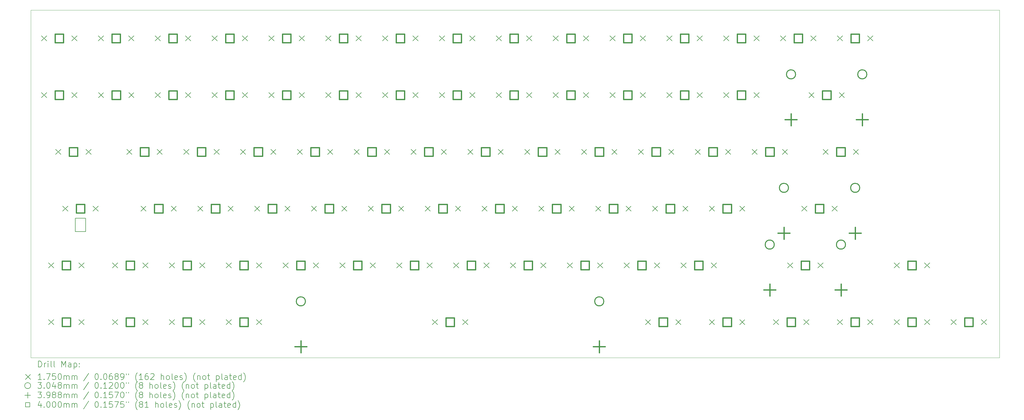
<source format=gbr>
%TF.GenerationSoftware,KiCad,Pcbnew,7.0.10*%
%TF.CreationDate,2024-01-23T22:18:14-03:00*%
%TF.ProjectId,PCB,5043422e-6b69-4636-9164-5f7063625858,V1.0*%
%TF.SameCoordinates,Original*%
%TF.FileFunction,Drillmap*%
%TF.FilePolarity,Positive*%
%FSLAX45Y45*%
G04 Gerber Fmt 4.5, Leading zero omitted, Abs format (unit mm)*
G04 Created by KiCad (PCBNEW 7.0.10) date 2024-01-23 22:18:14*
%MOMM*%
%LPD*%
G01*
G04 APERTURE LIST*
%ADD10C,0.100000*%
%ADD11C,0.150000*%
%ADD12C,0.200000*%
%ADD13C,0.175000*%
%ADD14C,0.304800*%
%ADD15C,0.398780*%
%ADD16C,0.400000*%
G04 APERTURE END LIST*
D10*
X2857500Y-2857500D02*
X35321875Y-2857500D01*
X35321875Y-14525625D01*
X2857500Y-14525625D01*
X2857500Y-2857500D01*
D11*
X4699375Y-9847500D02*
X4699375Y-10297500D01*
X4699375Y-9847500D02*
X4349375Y-9847500D01*
X4349375Y-10297500D02*
X4699375Y-10297500D01*
X4349375Y-9847500D02*
X4349375Y-10297500D01*
D12*
D13*
X3214500Y-3722500D02*
X3389500Y-3897500D01*
X3389500Y-3722500D02*
X3214500Y-3897500D01*
X3214500Y-5627500D02*
X3389500Y-5802500D01*
X3389500Y-5627500D02*
X3214500Y-5802500D01*
X3452625Y-11342500D02*
X3627625Y-11517500D01*
X3627625Y-11342500D02*
X3452625Y-11517500D01*
X3452625Y-13247500D02*
X3627625Y-13422500D01*
X3627625Y-13247500D02*
X3452625Y-13422500D01*
X3690750Y-7532500D02*
X3865750Y-7707500D01*
X3865750Y-7532500D02*
X3690750Y-7707500D01*
X3928875Y-9437500D02*
X4103875Y-9612500D01*
X4103875Y-9437500D02*
X3928875Y-9612500D01*
X4230500Y-3722500D02*
X4405500Y-3897500D01*
X4405500Y-3722500D02*
X4230500Y-3897500D01*
X4230500Y-5627500D02*
X4405500Y-5802500D01*
X4405500Y-5627500D02*
X4230500Y-5802500D01*
X4468625Y-11342500D02*
X4643625Y-11517500D01*
X4643625Y-11342500D02*
X4468625Y-11517500D01*
X4468625Y-13247500D02*
X4643625Y-13422500D01*
X4643625Y-13247500D02*
X4468625Y-13422500D01*
X4706750Y-7532500D02*
X4881750Y-7707500D01*
X4881750Y-7532500D02*
X4706750Y-7707500D01*
X4944875Y-9437500D02*
X5119875Y-9612500D01*
X5119875Y-9437500D02*
X4944875Y-9612500D01*
X5119500Y-3722500D02*
X5294500Y-3897500D01*
X5294500Y-3722500D02*
X5119500Y-3897500D01*
X5124000Y-5627500D02*
X5299000Y-5802500D01*
X5299000Y-5627500D02*
X5124000Y-5802500D01*
X5595750Y-11342500D02*
X5770750Y-11517500D01*
X5770750Y-11342500D02*
X5595750Y-11517500D01*
X5595750Y-13247500D02*
X5770750Y-13422500D01*
X5770750Y-13247500D02*
X5595750Y-13422500D01*
X6072000Y-7532500D02*
X6247000Y-7707500D01*
X6247000Y-7532500D02*
X6072000Y-7707500D01*
X6135500Y-3722500D02*
X6310500Y-3897500D01*
X6310500Y-3722500D02*
X6135500Y-3897500D01*
X6140000Y-5627500D02*
X6315000Y-5802500D01*
X6315000Y-5627500D02*
X6140000Y-5802500D01*
X6548250Y-9437500D02*
X6723250Y-9612500D01*
X6723250Y-9437500D02*
X6548250Y-9612500D01*
X6611750Y-11342500D02*
X6786750Y-11517500D01*
X6786750Y-11342500D02*
X6611750Y-11517500D01*
X6611750Y-13247500D02*
X6786750Y-13422500D01*
X6786750Y-13247500D02*
X6611750Y-13422500D01*
X7024500Y-3722500D02*
X7199500Y-3897500D01*
X7199500Y-3722500D02*
X7024500Y-3897500D01*
X7024500Y-5627500D02*
X7199500Y-5802500D01*
X7199500Y-5627500D02*
X7024500Y-5802500D01*
X7088000Y-7532500D02*
X7263000Y-7707500D01*
X7263000Y-7532500D02*
X7088000Y-7707500D01*
X7500750Y-11342500D02*
X7675750Y-11517500D01*
X7675750Y-11342500D02*
X7500750Y-11517500D01*
X7500750Y-13247500D02*
X7675750Y-13422500D01*
X7675750Y-13247500D02*
X7500750Y-13422500D01*
X7564250Y-9437500D02*
X7739250Y-9612500D01*
X7739250Y-9437500D02*
X7564250Y-9612500D01*
X7982625Y-7532500D02*
X8157625Y-7707500D01*
X8157625Y-7532500D02*
X7982625Y-7707500D01*
X8040500Y-3722500D02*
X8215500Y-3897500D01*
X8215500Y-3722500D02*
X8040500Y-3897500D01*
X8040500Y-5627500D02*
X8215500Y-5802500D01*
X8215500Y-5627500D02*
X8040500Y-5802500D01*
X8453250Y-9437500D02*
X8628250Y-9612500D01*
X8628250Y-9437500D02*
X8453250Y-9612500D01*
X8516750Y-11342500D02*
X8691750Y-11517500D01*
X8691750Y-11342500D02*
X8516750Y-11517500D01*
X8516750Y-13247500D02*
X8691750Y-13422500D01*
X8691750Y-13247500D02*
X8516750Y-13422500D01*
X8929500Y-3722500D02*
X9104500Y-3897500D01*
X9104500Y-3722500D02*
X8929500Y-3897500D01*
X8929500Y-5627500D02*
X9104500Y-5802500D01*
X9104500Y-5627500D02*
X8929500Y-5802500D01*
X8998625Y-7532500D02*
X9173625Y-7707500D01*
X9173625Y-7532500D02*
X8998625Y-7707500D01*
X9405750Y-11342500D02*
X9580750Y-11517500D01*
X9580750Y-11342500D02*
X9405750Y-11517500D01*
X9405750Y-13247500D02*
X9580750Y-13422500D01*
X9580750Y-13247500D02*
X9405750Y-13422500D01*
X9469250Y-9437500D02*
X9644250Y-9612500D01*
X9644250Y-9437500D02*
X9469250Y-9612500D01*
X9882000Y-7532500D02*
X10057000Y-7707500D01*
X10057000Y-7532500D02*
X9882000Y-7707500D01*
X9945500Y-3722500D02*
X10120500Y-3897500D01*
X10120500Y-3722500D02*
X9945500Y-3897500D01*
X9945500Y-5627500D02*
X10120500Y-5802500D01*
X10120500Y-5627500D02*
X9945500Y-5802500D01*
X10358250Y-9437500D02*
X10533250Y-9612500D01*
X10533250Y-9437500D02*
X10358250Y-9612500D01*
X10421750Y-11342500D02*
X10596750Y-11517500D01*
X10596750Y-11342500D02*
X10421750Y-11517500D01*
X10421750Y-13247500D02*
X10596750Y-13422500D01*
X10596750Y-13247500D02*
X10421750Y-13422500D01*
X10834500Y-3722500D02*
X11009500Y-3897500D01*
X11009500Y-3722500D02*
X10834500Y-3897500D01*
X10834500Y-5627500D02*
X11009500Y-5802500D01*
X11009500Y-5627500D02*
X10834500Y-5802500D01*
X10898000Y-7532500D02*
X11073000Y-7707500D01*
X11073000Y-7532500D02*
X10898000Y-7707500D01*
X11310750Y-11342500D02*
X11485750Y-11517500D01*
X11485750Y-11342500D02*
X11310750Y-11517500D01*
X11374250Y-9437500D02*
X11549250Y-9612500D01*
X11549250Y-9437500D02*
X11374250Y-9612500D01*
X11787000Y-7532500D02*
X11962000Y-7707500D01*
X11962000Y-7532500D02*
X11787000Y-7707500D01*
X11850500Y-3722500D02*
X12025500Y-3897500D01*
X12025500Y-3722500D02*
X11850500Y-3897500D01*
X11850500Y-5627500D02*
X12025500Y-5802500D01*
X12025500Y-5627500D02*
X11850500Y-5802500D01*
X12263250Y-9437500D02*
X12438250Y-9612500D01*
X12438250Y-9437500D02*
X12263250Y-9612500D01*
X12326750Y-11342500D02*
X12501750Y-11517500D01*
X12501750Y-11342500D02*
X12326750Y-11517500D01*
X12739500Y-3722500D02*
X12914500Y-3897500D01*
X12914500Y-3722500D02*
X12739500Y-3897500D01*
X12739500Y-5627500D02*
X12914500Y-5802500D01*
X12914500Y-5627500D02*
X12739500Y-5802500D01*
X12803000Y-7532500D02*
X12978000Y-7707500D01*
X12978000Y-7532500D02*
X12803000Y-7707500D01*
X13215750Y-11342500D02*
X13390750Y-11517500D01*
X13390750Y-11342500D02*
X13215750Y-11517500D01*
X13279250Y-9437500D02*
X13454250Y-9612500D01*
X13454250Y-9437500D02*
X13279250Y-9612500D01*
X13692000Y-7532500D02*
X13867000Y-7707500D01*
X13867000Y-7532500D02*
X13692000Y-7707500D01*
X13755500Y-3722500D02*
X13930500Y-3897500D01*
X13930500Y-3722500D02*
X13755500Y-3897500D01*
X13755500Y-5627500D02*
X13930500Y-5802500D01*
X13930500Y-5627500D02*
X13755500Y-5802500D01*
X14168250Y-9437500D02*
X14343250Y-9612500D01*
X14343250Y-9437500D02*
X14168250Y-9612500D01*
X14231750Y-11342500D02*
X14406750Y-11517500D01*
X14406750Y-11342500D02*
X14231750Y-11517500D01*
X14644500Y-3722500D02*
X14819500Y-3897500D01*
X14819500Y-3722500D02*
X14644500Y-3897500D01*
X14644500Y-5627500D02*
X14819500Y-5802500D01*
X14819500Y-5627500D02*
X14644500Y-5802500D01*
X14708000Y-7532500D02*
X14883000Y-7707500D01*
X14883000Y-7532500D02*
X14708000Y-7707500D01*
X15120750Y-11342500D02*
X15295750Y-11517500D01*
X15295750Y-11342500D02*
X15120750Y-11517500D01*
X15184250Y-9437500D02*
X15359250Y-9612500D01*
X15359250Y-9437500D02*
X15184250Y-9612500D01*
X15597000Y-7532500D02*
X15772000Y-7707500D01*
X15772000Y-7532500D02*
X15597000Y-7707500D01*
X15660500Y-3722500D02*
X15835500Y-3897500D01*
X15835500Y-3722500D02*
X15660500Y-3897500D01*
X15660500Y-5627500D02*
X15835500Y-5802500D01*
X15835500Y-5627500D02*
X15660500Y-5802500D01*
X16073250Y-9437500D02*
X16248250Y-9612500D01*
X16248250Y-9437500D02*
X16073250Y-9612500D01*
X16136750Y-11342500D02*
X16311750Y-11517500D01*
X16311750Y-11342500D02*
X16136750Y-11517500D01*
X16311375Y-13247500D02*
X16486375Y-13422500D01*
X16486375Y-13247500D02*
X16311375Y-13422500D01*
X16549500Y-3722500D02*
X16724500Y-3897500D01*
X16724500Y-3722500D02*
X16549500Y-3897500D01*
X16549500Y-5627500D02*
X16724500Y-5802500D01*
X16724500Y-5627500D02*
X16549500Y-5802500D01*
X16613000Y-7532500D02*
X16788000Y-7707500D01*
X16788000Y-7532500D02*
X16613000Y-7707500D01*
X17025750Y-11342500D02*
X17200750Y-11517500D01*
X17200750Y-11342500D02*
X17025750Y-11517500D01*
X17089250Y-9437500D02*
X17264250Y-9612500D01*
X17264250Y-9437500D02*
X17089250Y-9612500D01*
X17327375Y-13247500D02*
X17502375Y-13422500D01*
X17502375Y-13247500D02*
X17327375Y-13422500D01*
X17502000Y-7532500D02*
X17677000Y-7707500D01*
X17677000Y-7532500D02*
X17502000Y-7707500D01*
X17565500Y-3722500D02*
X17740500Y-3897500D01*
X17740500Y-3722500D02*
X17565500Y-3897500D01*
X17565500Y-5627500D02*
X17740500Y-5802500D01*
X17740500Y-5627500D02*
X17565500Y-5802500D01*
X17978250Y-9437500D02*
X18153250Y-9612500D01*
X18153250Y-9437500D02*
X17978250Y-9612500D01*
X18041750Y-11342500D02*
X18216750Y-11517500D01*
X18216750Y-11342500D02*
X18041750Y-11517500D01*
X18454500Y-3722500D02*
X18629500Y-3897500D01*
X18629500Y-3722500D02*
X18454500Y-3897500D01*
X18454500Y-5627500D02*
X18629500Y-5802500D01*
X18629500Y-5627500D02*
X18454500Y-5802500D01*
X18518000Y-7532500D02*
X18693000Y-7707500D01*
X18693000Y-7532500D02*
X18518000Y-7707500D01*
X18930750Y-11342500D02*
X19105750Y-11517500D01*
X19105750Y-11342500D02*
X18930750Y-11517500D01*
X18994250Y-9437500D02*
X19169250Y-9612500D01*
X19169250Y-9437500D02*
X18994250Y-9612500D01*
X19407000Y-7532500D02*
X19582000Y-7707500D01*
X19582000Y-7532500D02*
X19407000Y-7707500D01*
X19470500Y-3722500D02*
X19645500Y-3897500D01*
X19645500Y-3722500D02*
X19470500Y-3897500D01*
X19470500Y-5627500D02*
X19645500Y-5802500D01*
X19645500Y-5627500D02*
X19470500Y-5802500D01*
X19883250Y-9437500D02*
X20058250Y-9612500D01*
X20058250Y-9437500D02*
X19883250Y-9612500D01*
X19946750Y-11342500D02*
X20121750Y-11517500D01*
X20121750Y-11342500D02*
X19946750Y-11517500D01*
X20359500Y-3722500D02*
X20534500Y-3897500D01*
X20534500Y-3722500D02*
X20359500Y-3897500D01*
X20359500Y-5627500D02*
X20534500Y-5802500D01*
X20534500Y-5627500D02*
X20359500Y-5802500D01*
X20423000Y-7532500D02*
X20598000Y-7707500D01*
X20598000Y-7532500D02*
X20423000Y-7707500D01*
X20835750Y-11342500D02*
X21010750Y-11517500D01*
X21010750Y-11342500D02*
X20835750Y-11517500D01*
X20899250Y-9437500D02*
X21074250Y-9612500D01*
X21074250Y-9437500D02*
X20899250Y-9612500D01*
X21312000Y-7532500D02*
X21487000Y-7707500D01*
X21487000Y-7532500D02*
X21312000Y-7707500D01*
X21375500Y-3722500D02*
X21550500Y-3897500D01*
X21550500Y-3722500D02*
X21375500Y-3897500D01*
X21375500Y-5627500D02*
X21550500Y-5802500D01*
X21550500Y-5627500D02*
X21375500Y-5802500D01*
X21788250Y-9437500D02*
X21963250Y-9612500D01*
X21963250Y-9437500D02*
X21788250Y-9612500D01*
X21851750Y-11342500D02*
X22026750Y-11517500D01*
X22026750Y-11342500D02*
X21851750Y-11517500D01*
X22264500Y-3722500D02*
X22439500Y-3897500D01*
X22439500Y-3722500D02*
X22264500Y-3897500D01*
X22264500Y-5627500D02*
X22439500Y-5802500D01*
X22439500Y-5627500D02*
X22264500Y-5802500D01*
X22328000Y-7532500D02*
X22503000Y-7707500D01*
X22503000Y-7532500D02*
X22328000Y-7707500D01*
X22740750Y-11342500D02*
X22915750Y-11517500D01*
X22915750Y-11342500D02*
X22740750Y-11517500D01*
X22804250Y-9437500D02*
X22979250Y-9612500D01*
X22979250Y-9437500D02*
X22804250Y-9612500D01*
X23217000Y-7532500D02*
X23392000Y-7707500D01*
X23392000Y-7532500D02*
X23217000Y-7707500D01*
X23280500Y-3722500D02*
X23455500Y-3897500D01*
X23455500Y-3722500D02*
X23280500Y-3897500D01*
X23280500Y-5627500D02*
X23455500Y-5802500D01*
X23455500Y-5627500D02*
X23280500Y-5802500D01*
X23455125Y-13247500D02*
X23630125Y-13422500D01*
X23630125Y-13247500D02*
X23455125Y-13422500D01*
X23693250Y-9437500D02*
X23868250Y-9612500D01*
X23868250Y-9437500D02*
X23693250Y-9612500D01*
X23756750Y-11342500D02*
X23931750Y-11517500D01*
X23931750Y-11342500D02*
X23756750Y-11517500D01*
X24169500Y-3722500D02*
X24344500Y-3897500D01*
X24344500Y-3722500D02*
X24169500Y-3897500D01*
X24169500Y-5627500D02*
X24344500Y-5802500D01*
X24344500Y-5627500D02*
X24169500Y-5802500D01*
X24233000Y-7532500D02*
X24408000Y-7707500D01*
X24408000Y-7532500D02*
X24233000Y-7707500D01*
X24471125Y-13247500D02*
X24646125Y-13422500D01*
X24646125Y-13247500D02*
X24471125Y-13422500D01*
X24645750Y-11342500D02*
X24820750Y-11517500D01*
X24820750Y-11342500D02*
X24645750Y-11517500D01*
X24709250Y-9437500D02*
X24884250Y-9612500D01*
X24884250Y-9437500D02*
X24709250Y-9612500D01*
X25122000Y-7532500D02*
X25297000Y-7707500D01*
X25297000Y-7532500D02*
X25122000Y-7707500D01*
X25185500Y-3722500D02*
X25360500Y-3897500D01*
X25360500Y-3722500D02*
X25185500Y-3897500D01*
X25185500Y-5627500D02*
X25360500Y-5802500D01*
X25360500Y-5627500D02*
X25185500Y-5802500D01*
X25598250Y-9437500D02*
X25773250Y-9612500D01*
X25773250Y-9437500D02*
X25598250Y-9612500D01*
X25598250Y-13247500D02*
X25773250Y-13422500D01*
X25773250Y-13247500D02*
X25598250Y-13422500D01*
X25661750Y-11342500D02*
X25836750Y-11517500D01*
X25836750Y-11342500D02*
X25661750Y-11517500D01*
X26074500Y-3722500D02*
X26249500Y-3897500D01*
X26249500Y-3722500D02*
X26074500Y-3897500D01*
X26074500Y-5627500D02*
X26249500Y-5802500D01*
X26249500Y-5627500D02*
X26074500Y-5802500D01*
X26138000Y-7532500D02*
X26313000Y-7707500D01*
X26313000Y-7532500D02*
X26138000Y-7707500D01*
X26614250Y-9437500D02*
X26789250Y-9612500D01*
X26789250Y-9437500D02*
X26614250Y-9612500D01*
X26614250Y-13247500D02*
X26789250Y-13422500D01*
X26789250Y-13247500D02*
X26614250Y-13422500D01*
X27027000Y-7532500D02*
X27202000Y-7707500D01*
X27202000Y-7532500D02*
X27027000Y-7707500D01*
X27090500Y-3722500D02*
X27265500Y-3897500D01*
X27265500Y-3722500D02*
X27090500Y-3897500D01*
X27090500Y-5627500D02*
X27265500Y-5802500D01*
X27265500Y-5627500D02*
X27090500Y-5802500D01*
X27741375Y-13247500D02*
X27916375Y-13422500D01*
X27916375Y-13247500D02*
X27741375Y-13422500D01*
X27979500Y-3722500D02*
X28154500Y-3897500D01*
X28154500Y-3722500D02*
X27979500Y-3897500D01*
X28043000Y-7532500D02*
X28218000Y-7707500D01*
X28218000Y-7532500D02*
X28043000Y-7707500D01*
X28217625Y-11342500D02*
X28392625Y-11517500D01*
X28392625Y-11342500D02*
X28217625Y-11517500D01*
X28693875Y-9437500D02*
X28868875Y-9612500D01*
X28868875Y-9437500D02*
X28693875Y-9612500D01*
X28757375Y-13247500D02*
X28932375Y-13422500D01*
X28932375Y-13247500D02*
X28757375Y-13422500D01*
X28932000Y-5627500D02*
X29107000Y-5802500D01*
X29107000Y-5627500D02*
X28932000Y-5802500D01*
X28995500Y-3722500D02*
X29170500Y-3897500D01*
X29170500Y-3722500D02*
X28995500Y-3897500D01*
X29233625Y-11342500D02*
X29408625Y-11517500D01*
X29408625Y-11342500D02*
X29233625Y-11517500D01*
X29408250Y-7532500D02*
X29583250Y-7707500D01*
X29583250Y-7532500D02*
X29408250Y-7707500D01*
X29709875Y-9437500D02*
X29884875Y-9612500D01*
X29884875Y-9437500D02*
X29709875Y-9612500D01*
X29884500Y-3722500D02*
X30059500Y-3897500D01*
X30059500Y-3722500D02*
X29884500Y-3897500D01*
X29884500Y-13247500D02*
X30059500Y-13422500D01*
X30059500Y-13247500D02*
X29884500Y-13422500D01*
X29948000Y-5627500D02*
X30123000Y-5802500D01*
X30123000Y-5627500D02*
X29948000Y-5802500D01*
X30424250Y-7532500D02*
X30599250Y-7707500D01*
X30599250Y-7532500D02*
X30424250Y-7707500D01*
X30900500Y-3722500D02*
X31075500Y-3897500D01*
X31075500Y-3722500D02*
X30900500Y-3897500D01*
X30900500Y-13247500D02*
X31075500Y-13422500D01*
X31075500Y-13247500D02*
X30900500Y-13422500D01*
X31789500Y-11342500D02*
X31964500Y-11517500D01*
X31964500Y-11342500D02*
X31789500Y-11517500D01*
X31789500Y-13247500D02*
X31964500Y-13422500D01*
X31964500Y-13247500D02*
X31789500Y-13422500D01*
X32805500Y-11342500D02*
X32980500Y-11517500D01*
X32980500Y-11342500D02*
X32805500Y-11517500D01*
X32805500Y-13247500D02*
X32980500Y-13422500D01*
X32980500Y-13247500D02*
X32805500Y-13422500D01*
X33694500Y-13247500D02*
X33869500Y-13422500D01*
X33869500Y-13247500D02*
X33694500Y-13422500D01*
X34710500Y-13247500D02*
X34885500Y-13422500D01*
X34885500Y-13247500D02*
X34710500Y-13422500D01*
D14*
X12059275Y-12636500D02*
G75*
G03*
X11754475Y-12636500I-152400J0D01*
G01*
X11754475Y-12636500D02*
G75*
G03*
X12059275Y-12636500I152400J0D01*
G01*
X22059275Y-12636500D02*
G75*
G03*
X21754475Y-12636500I-152400J0D01*
G01*
X21754475Y-12636500D02*
G75*
G03*
X22059275Y-12636500I152400J0D01*
G01*
X27771725Y-10731500D02*
G75*
G03*
X27466925Y-10731500I-152400J0D01*
G01*
X27466925Y-10731500D02*
G75*
G03*
X27771725Y-10731500I152400J0D01*
G01*
X28247975Y-8826500D02*
G75*
G03*
X27943175Y-8826500I-152400J0D01*
G01*
X27943175Y-8826500D02*
G75*
G03*
X28247975Y-8826500I152400J0D01*
G01*
X28486100Y-5016500D02*
G75*
G03*
X28181300Y-5016500I-152400J0D01*
G01*
X28181300Y-5016500D02*
G75*
G03*
X28486100Y-5016500I152400J0D01*
G01*
X30159325Y-10731500D02*
G75*
G03*
X29854525Y-10731500I-152400J0D01*
G01*
X29854525Y-10731500D02*
G75*
G03*
X30159325Y-10731500I152400J0D01*
G01*
X30635575Y-8826500D02*
G75*
G03*
X30330775Y-8826500I-152400J0D01*
G01*
X30330775Y-8826500D02*
G75*
G03*
X30635575Y-8826500I152400J0D01*
G01*
X30873700Y-5016500D02*
G75*
G03*
X30568900Y-5016500I-152400J0D01*
G01*
X30568900Y-5016500D02*
G75*
G03*
X30873700Y-5016500I152400J0D01*
G01*
D15*
X11906875Y-13958110D02*
X11906875Y-14356890D01*
X11707485Y-14157500D02*
X12106265Y-14157500D01*
X21906875Y-13958110D02*
X21906875Y-14356890D01*
X21707485Y-14157500D02*
X22106265Y-14157500D01*
X27619325Y-12053110D02*
X27619325Y-12451890D01*
X27419935Y-12252500D02*
X27818715Y-12252500D01*
X28095575Y-10148110D02*
X28095575Y-10546890D01*
X27896185Y-10347500D02*
X28294965Y-10347500D01*
X28333700Y-6338110D02*
X28333700Y-6736890D01*
X28134310Y-6537500D02*
X28533090Y-6537500D01*
X30006925Y-12053110D02*
X30006925Y-12451890D01*
X29807535Y-12252500D02*
X30206315Y-12252500D01*
X30483175Y-10148110D02*
X30483175Y-10546890D01*
X30283785Y-10347500D02*
X30682565Y-10347500D01*
X30721300Y-6338110D02*
X30721300Y-6736890D01*
X30521910Y-6537500D02*
X30920690Y-6537500D01*
D16*
X3951423Y-3951423D02*
X3951423Y-3668577D01*
X3668577Y-3668577D01*
X3668577Y-3951423D01*
X3951423Y-3951423D01*
X3951423Y-5856423D02*
X3951423Y-5573577D01*
X3668577Y-5573577D01*
X3668577Y-5856423D01*
X3951423Y-5856423D01*
X4189548Y-11571423D02*
X4189548Y-11288577D01*
X3906702Y-11288577D01*
X3906702Y-11571423D01*
X4189548Y-11571423D01*
X4189548Y-13476423D02*
X4189548Y-13193577D01*
X3906702Y-13193577D01*
X3906702Y-13476423D01*
X4189548Y-13476423D01*
X4427673Y-7761423D02*
X4427673Y-7478577D01*
X4144827Y-7478577D01*
X4144827Y-7761423D01*
X4427673Y-7761423D01*
X4665798Y-9666423D02*
X4665798Y-9383577D01*
X4382952Y-9383577D01*
X4382952Y-9666423D01*
X4665798Y-9666423D01*
X5856423Y-3951423D02*
X5856423Y-3668577D01*
X5573577Y-3668577D01*
X5573577Y-3951423D01*
X5856423Y-3951423D01*
X5860923Y-5856423D02*
X5860923Y-5573577D01*
X5578077Y-5573577D01*
X5578077Y-5856423D01*
X5860923Y-5856423D01*
X6332673Y-11571423D02*
X6332673Y-11288577D01*
X6049827Y-11288577D01*
X6049827Y-11571423D01*
X6332673Y-11571423D01*
X6332673Y-13476423D02*
X6332673Y-13193577D01*
X6049827Y-13193577D01*
X6049827Y-13476423D01*
X6332673Y-13476423D01*
X6808923Y-7761423D02*
X6808923Y-7478577D01*
X6526077Y-7478577D01*
X6526077Y-7761423D01*
X6808923Y-7761423D01*
X7285173Y-9666423D02*
X7285173Y-9383577D01*
X7002327Y-9383577D01*
X7002327Y-9666423D01*
X7285173Y-9666423D01*
X7761423Y-3951423D02*
X7761423Y-3668577D01*
X7478577Y-3668577D01*
X7478577Y-3951423D01*
X7761423Y-3951423D01*
X7761423Y-5856423D02*
X7761423Y-5573577D01*
X7478577Y-5573577D01*
X7478577Y-5856423D01*
X7761423Y-5856423D01*
X8237673Y-11571423D02*
X8237673Y-11288577D01*
X7954827Y-11288577D01*
X7954827Y-11571423D01*
X8237673Y-11571423D01*
X8237673Y-13476423D02*
X8237673Y-13193577D01*
X7954827Y-13193577D01*
X7954827Y-13476423D01*
X8237673Y-13476423D01*
X8719548Y-7761423D02*
X8719548Y-7478577D01*
X8436702Y-7478577D01*
X8436702Y-7761423D01*
X8719548Y-7761423D01*
X9190173Y-9666423D02*
X9190173Y-9383577D01*
X8907327Y-9383577D01*
X8907327Y-9666423D01*
X9190173Y-9666423D01*
X9666423Y-3951423D02*
X9666423Y-3668577D01*
X9383577Y-3668577D01*
X9383577Y-3951423D01*
X9666423Y-3951423D01*
X9666423Y-5856423D02*
X9666423Y-5573577D01*
X9383577Y-5573577D01*
X9383577Y-5856423D01*
X9666423Y-5856423D01*
X10142673Y-11571423D02*
X10142673Y-11288577D01*
X9859827Y-11288577D01*
X9859827Y-11571423D01*
X10142673Y-11571423D01*
X10142673Y-13476423D02*
X10142673Y-13193577D01*
X9859827Y-13193577D01*
X9859827Y-13476423D01*
X10142673Y-13476423D01*
X10618923Y-7761423D02*
X10618923Y-7478577D01*
X10336077Y-7478577D01*
X10336077Y-7761423D01*
X10618923Y-7761423D01*
X11095173Y-9666423D02*
X11095173Y-9383577D01*
X10812327Y-9383577D01*
X10812327Y-9666423D01*
X11095173Y-9666423D01*
X11571423Y-3951423D02*
X11571423Y-3668577D01*
X11288577Y-3668577D01*
X11288577Y-3951423D01*
X11571423Y-3951423D01*
X11571423Y-5856423D02*
X11571423Y-5573577D01*
X11288577Y-5573577D01*
X11288577Y-5856423D01*
X11571423Y-5856423D01*
X12047673Y-11571423D02*
X12047673Y-11288577D01*
X11764827Y-11288577D01*
X11764827Y-11571423D01*
X12047673Y-11571423D01*
X12523923Y-7761423D02*
X12523923Y-7478577D01*
X12241077Y-7478577D01*
X12241077Y-7761423D01*
X12523923Y-7761423D01*
X13000173Y-9666423D02*
X13000173Y-9383577D01*
X12717327Y-9383577D01*
X12717327Y-9666423D01*
X13000173Y-9666423D01*
X13476423Y-3951423D02*
X13476423Y-3668577D01*
X13193577Y-3668577D01*
X13193577Y-3951423D01*
X13476423Y-3951423D01*
X13476423Y-5856423D02*
X13476423Y-5573577D01*
X13193577Y-5573577D01*
X13193577Y-5856423D01*
X13476423Y-5856423D01*
X13952673Y-11571423D02*
X13952673Y-11288577D01*
X13669827Y-11288577D01*
X13669827Y-11571423D01*
X13952673Y-11571423D01*
X14428923Y-7761423D02*
X14428923Y-7478577D01*
X14146077Y-7478577D01*
X14146077Y-7761423D01*
X14428923Y-7761423D01*
X14905173Y-9666423D02*
X14905173Y-9383577D01*
X14622327Y-9383577D01*
X14622327Y-9666423D01*
X14905173Y-9666423D01*
X15381423Y-3951423D02*
X15381423Y-3668577D01*
X15098577Y-3668577D01*
X15098577Y-3951423D01*
X15381423Y-3951423D01*
X15381423Y-5856423D02*
X15381423Y-5573577D01*
X15098577Y-5573577D01*
X15098577Y-5856423D01*
X15381423Y-5856423D01*
X15857673Y-11571423D02*
X15857673Y-11288577D01*
X15574827Y-11288577D01*
X15574827Y-11571423D01*
X15857673Y-11571423D01*
X16333923Y-7761423D02*
X16333923Y-7478577D01*
X16051077Y-7478577D01*
X16051077Y-7761423D01*
X16333923Y-7761423D01*
X16810173Y-9666423D02*
X16810173Y-9383577D01*
X16527327Y-9383577D01*
X16527327Y-9666423D01*
X16810173Y-9666423D01*
X17048298Y-13476423D02*
X17048298Y-13193577D01*
X16765452Y-13193577D01*
X16765452Y-13476423D01*
X17048298Y-13476423D01*
X17286423Y-3951423D02*
X17286423Y-3668577D01*
X17003577Y-3668577D01*
X17003577Y-3951423D01*
X17286423Y-3951423D01*
X17286423Y-5856423D02*
X17286423Y-5573577D01*
X17003577Y-5573577D01*
X17003577Y-5856423D01*
X17286423Y-5856423D01*
X17762673Y-11571423D02*
X17762673Y-11288577D01*
X17479827Y-11288577D01*
X17479827Y-11571423D01*
X17762673Y-11571423D01*
X18238923Y-7761423D02*
X18238923Y-7478577D01*
X17956077Y-7478577D01*
X17956077Y-7761423D01*
X18238923Y-7761423D01*
X18715173Y-9666423D02*
X18715173Y-9383577D01*
X18432327Y-9383577D01*
X18432327Y-9666423D01*
X18715173Y-9666423D01*
X19191423Y-3951423D02*
X19191423Y-3668577D01*
X18908577Y-3668577D01*
X18908577Y-3951423D01*
X19191423Y-3951423D01*
X19191423Y-5856423D02*
X19191423Y-5573577D01*
X18908577Y-5573577D01*
X18908577Y-5856423D01*
X19191423Y-5856423D01*
X19667673Y-11571423D02*
X19667673Y-11288577D01*
X19384827Y-11288577D01*
X19384827Y-11571423D01*
X19667673Y-11571423D01*
X20143923Y-7761423D02*
X20143923Y-7478577D01*
X19861077Y-7478577D01*
X19861077Y-7761423D01*
X20143923Y-7761423D01*
X20620173Y-9666423D02*
X20620173Y-9383577D01*
X20337327Y-9383577D01*
X20337327Y-9666423D01*
X20620173Y-9666423D01*
X21096423Y-3951423D02*
X21096423Y-3668577D01*
X20813577Y-3668577D01*
X20813577Y-3951423D01*
X21096423Y-3951423D01*
X21096423Y-5856423D02*
X21096423Y-5573577D01*
X20813577Y-5573577D01*
X20813577Y-5856423D01*
X21096423Y-5856423D01*
X21572673Y-11571423D02*
X21572673Y-11288577D01*
X21289827Y-11288577D01*
X21289827Y-11571423D01*
X21572673Y-11571423D01*
X22048923Y-7761423D02*
X22048923Y-7478577D01*
X21766077Y-7478577D01*
X21766077Y-7761423D01*
X22048923Y-7761423D01*
X22525173Y-9666423D02*
X22525173Y-9383577D01*
X22242327Y-9383577D01*
X22242327Y-9666423D01*
X22525173Y-9666423D01*
X23001423Y-3951423D02*
X23001423Y-3668577D01*
X22718577Y-3668577D01*
X22718577Y-3951423D01*
X23001423Y-3951423D01*
X23001423Y-5856423D02*
X23001423Y-5573577D01*
X22718577Y-5573577D01*
X22718577Y-5856423D01*
X23001423Y-5856423D01*
X23477673Y-11571423D02*
X23477673Y-11288577D01*
X23194827Y-11288577D01*
X23194827Y-11571423D01*
X23477673Y-11571423D01*
X23953923Y-7761423D02*
X23953923Y-7478577D01*
X23671077Y-7478577D01*
X23671077Y-7761423D01*
X23953923Y-7761423D01*
X24192048Y-13476423D02*
X24192048Y-13193577D01*
X23909202Y-13193577D01*
X23909202Y-13476423D01*
X24192048Y-13476423D01*
X24430173Y-9666423D02*
X24430173Y-9383577D01*
X24147327Y-9383577D01*
X24147327Y-9666423D01*
X24430173Y-9666423D01*
X24906423Y-3951423D02*
X24906423Y-3668577D01*
X24623577Y-3668577D01*
X24623577Y-3951423D01*
X24906423Y-3951423D01*
X24906423Y-5856423D02*
X24906423Y-5573577D01*
X24623577Y-5573577D01*
X24623577Y-5856423D01*
X24906423Y-5856423D01*
X25382673Y-11571423D02*
X25382673Y-11288577D01*
X25099827Y-11288577D01*
X25099827Y-11571423D01*
X25382673Y-11571423D01*
X25858923Y-7761423D02*
X25858923Y-7478577D01*
X25576077Y-7478577D01*
X25576077Y-7761423D01*
X25858923Y-7761423D01*
X26335173Y-9666423D02*
X26335173Y-9383577D01*
X26052327Y-9383577D01*
X26052327Y-9666423D01*
X26335173Y-9666423D01*
X26335173Y-13476423D02*
X26335173Y-13193577D01*
X26052327Y-13193577D01*
X26052327Y-13476423D01*
X26335173Y-13476423D01*
X26811423Y-3951423D02*
X26811423Y-3668577D01*
X26528577Y-3668577D01*
X26528577Y-3951423D01*
X26811423Y-3951423D01*
X26811423Y-5856423D02*
X26811423Y-5573577D01*
X26528577Y-5573577D01*
X26528577Y-5856423D01*
X26811423Y-5856423D01*
X27763923Y-7761423D02*
X27763923Y-7478577D01*
X27481077Y-7478577D01*
X27481077Y-7761423D01*
X27763923Y-7761423D01*
X28478298Y-13476423D02*
X28478298Y-13193577D01*
X28195452Y-13193577D01*
X28195452Y-13476423D01*
X28478298Y-13476423D01*
X28716423Y-3951423D02*
X28716423Y-3668577D01*
X28433577Y-3668577D01*
X28433577Y-3951423D01*
X28716423Y-3951423D01*
X28954548Y-11571423D02*
X28954548Y-11288577D01*
X28671702Y-11288577D01*
X28671702Y-11571423D01*
X28954548Y-11571423D01*
X29430798Y-9666423D02*
X29430798Y-9383577D01*
X29147952Y-9383577D01*
X29147952Y-9666423D01*
X29430798Y-9666423D01*
X29668923Y-5856423D02*
X29668923Y-5573577D01*
X29386077Y-5573577D01*
X29386077Y-5856423D01*
X29668923Y-5856423D01*
X30145173Y-7761423D02*
X30145173Y-7478577D01*
X29862327Y-7478577D01*
X29862327Y-7761423D01*
X30145173Y-7761423D01*
X30621423Y-3951423D02*
X30621423Y-3668577D01*
X30338577Y-3668577D01*
X30338577Y-3951423D01*
X30621423Y-3951423D01*
X30621423Y-13476423D02*
X30621423Y-13193577D01*
X30338577Y-13193577D01*
X30338577Y-13476423D01*
X30621423Y-13476423D01*
X32526423Y-11571423D02*
X32526423Y-11288577D01*
X32243577Y-11288577D01*
X32243577Y-11571423D01*
X32526423Y-11571423D01*
X32526423Y-13476423D02*
X32526423Y-13193577D01*
X32243577Y-13193577D01*
X32243577Y-13476423D01*
X32526423Y-13476423D01*
X34431423Y-13476423D02*
X34431423Y-13193577D01*
X34148577Y-13193577D01*
X34148577Y-13476423D01*
X34431423Y-13476423D01*
D12*
X3113277Y-14842109D02*
X3113277Y-14642109D01*
X3113277Y-14642109D02*
X3160896Y-14642109D01*
X3160896Y-14642109D02*
X3189467Y-14651633D01*
X3189467Y-14651633D02*
X3208515Y-14670680D01*
X3208515Y-14670680D02*
X3218039Y-14689728D01*
X3218039Y-14689728D02*
X3227562Y-14727823D01*
X3227562Y-14727823D02*
X3227562Y-14756394D01*
X3227562Y-14756394D02*
X3218039Y-14794490D01*
X3218039Y-14794490D02*
X3208515Y-14813537D01*
X3208515Y-14813537D02*
X3189467Y-14832585D01*
X3189467Y-14832585D02*
X3160896Y-14842109D01*
X3160896Y-14842109D02*
X3113277Y-14842109D01*
X3313277Y-14842109D02*
X3313277Y-14708775D01*
X3313277Y-14746871D02*
X3322801Y-14727823D01*
X3322801Y-14727823D02*
X3332324Y-14718299D01*
X3332324Y-14718299D02*
X3351372Y-14708775D01*
X3351372Y-14708775D02*
X3370420Y-14708775D01*
X3437086Y-14842109D02*
X3437086Y-14708775D01*
X3437086Y-14642109D02*
X3427562Y-14651633D01*
X3427562Y-14651633D02*
X3437086Y-14661156D01*
X3437086Y-14661156D02*
X3446610Y-14651633D01*
X3446610Y-14651633D02*
X3437086Y-14642109D01*
X3437086Y-14642109D02*
X3437086Y-14661156D01*
X3560896Y-14842109D02*
X3541848Y-14832585D01*
X3541848Y-14832585D02*
X3532324Y-14813537D01*
X3532324Y-14813537D02*
X3532324Y-14642109D01*
X3665658Y-14842109D02*
X3646610Y-14832585D01*
X3646610Y-14832585D02*
X3637086Y-14813537D01*
X3637086Y-14813537D02*
X3637086Y-14642109D01*
X3894229Y-14842109D02*
X3894229Y-14642109D01*
X3894229Y-14642109D02*
X3960896Y-14784966D01*
X3960896Y-14784966D02*
X4027562Y-14642109D01*
X4027562Y-14642109D02*
X4027562Y-14842109D01*
X4208515Y-14842109D02*
X4208515Y-14737347D01*
X4208515Y-14737347D02*
X4198991Y-14718299D01*
X4198991Y-14718299D02*
X4179943Y-14708775D01*
X4179943Y-14708775D02*
X4141848Y-14708775D01*
X4141848Y-14708775D02*
X4122801Y-14718299D01*
X4208515Y-14832585D02*
X4189467Y-14842109D01*
X4189467Y-14842109D02*
X4141848Y-14842109D01*
X4141848Y-14842109D02*
X4122801Y-14832585D01*
X4122801Y-14832585D02*
X4113277Y-14813537D01*
X4113277Y-14813537D02*
X4113277Y-14794490D01*
X4113277Y-14794490D02*
X4122801Y-14775442D01*
X4122801Y-14775442D02*
X4141848Y-14765918D01*
X4141848Y-14765918D02*
X4189467Y-14765918D01*
X4189467Y-14765918D02*
X4208515Y-14756394D01*
X4303753Y-14708775D02*
X4303753Y-14908775D01*
X4303753Y-14718299D02*
X4322801Y-14708775D01*
X4322801Y-14708775D02*
X4360896Y-14708775D01*
X4360896Y-14708775D02*
X4379944Y-14718299D01*
X4379944Y-14718299D02*
X4389467Y-14727823D01*
X4389467Y-14727823D02*
X4398991Y-14746871D01*
X4398991Y-14746871D02*
X4398991Y-14804013D01*
X4398991Y-14804013D02*
X4389467Y-14823061D01*
X4389467Y-14823061D02*
X4379944Y-14832585D01*
X4379944Y-14832585D02*
X4360896Y-14842109D01*
X4360896Y-14842109D02*
X4322801Y-14842109D01*
X4322801Y-14842109D02*
X4303753Y-14832585D01*
X4484705Y-14823061D02*
X4494229Y-14832585D01*
X4494229Y-14832585D02*
X4484705Y-14842109D01*
X4484705Y-14842109D02*
X4475182Y-14832585D01*
X4475182Y-14832585D02*
X4484705Y-14823061D01*
X4484705Y-14823061D02*
X4484705Y-14842109D01*
X4484705Y-14718299D02*
X4494229Y-14727823D01*
X4494229Y-14727823D02*
X4484705Y-14737347D01*
X4484705Y-14737347D02*
X4475182Y-14727823D01*
X4475182Y-14727823D02*
X4484705Y-14718299D01*
X4484705Y-14718299D02*
X4484705Y-14737347D01*
D13*
X2677500Y-15083125D02*
X2852500Y-15258125D01*
X2852500Y-15083125D02*
X2677500Y-15258125D01*
D12*
X3218039Y-15262109D02*
X3103753Y-15262109D01*
X3160896Y-15262109D02*
X3160896Y-15062109D01*
X3160896Y-15062109D02*
X3141848Y-15090680D01*
X3141848Y-15090680D02*
X3122801Y-15109728D01*
X3122801Y-15109728D02*
X3103753Y-15119252D01*
X3303753Y-15243061D02*
X3313277Y-15252585D01*
X3313277Y-15252585D02*
X3303753Y-15262109D01*
X3303753Y-15262109D02*
X3294229Y-15252585D01*
X3294229Y-15252585D02*
X3303753Y-15243061D01*
X3303753Y-15243061D02*
X3303753Y-15262109D01*
X3379943Y-15062109D02*
X3513277Y-15062109D01*
X3513277Y-15062109D02*
X3427562Y-15262109D01*
X3684705Y-15062109D02*
X3589467Y-15062109D01*
X3589467Y-15062109D02*
X3579943Y-15157347D01*
X3579943Y-15157347D02*
X3589467Y-15147823D01*
X3589467Y-15147823D02*
X3608515Y-15138299D01*
X3608515Y-15138299D02*
X3656134Y-15138299D01*
X3656134Y-15138299D02*
X3675182Y-15147823D01*
X3675182Y-15147823D02*
X3684705Y-15157347D01*
X3684705Y-15157347D02*
X3694229Y-15176394D01*
X3694229Y-15176394D02*
X3694229Y-15224013D01*
X3694229Y-15224013D02*
X3684705Y-15243061D01*
X3684705Y-15243061D02*
X3675182Y-15252585D01*
X3675182Y-15252585D02*
X3656134Y-15262109D01*
X3656134Y-15262109D02*
X3608515Y-15262109D01*
X3608515Y-15262109D02*
X3589467Y-15252585D01*
X3589467Y-15252585D02*
X3579943Y-15243061D01*
X3818039Y-15062109D02*
X3837086Y-15062109D01*
X3837086Y-15062109D02*
X3856134Y-15071633D01*
X3856134Y-15071633D02*
X3865658Y-15081156D01*
X3865658Y-15081156D02*
X3875182Y-15100204D01*
X3875182Y-15100204D02*
X3884705Y-15138299D01*
X3884705Y-15138299D02*
X3884705Y-15185918D01*
X3884705Y-15185918D02*
X3875182Y-15224013D01*
X3875182Y-15224013D02*
X3865658Y-15243061D01*
X3865658Y-15243061D02*
X3856134Y-15252585D01*
X3856134Y-15252585D02*
X3837086Y-15262109D01*
X3837086Y-15262109D02*
X3818039Y-15262109D01*
X3818039Y-15262109D02*
X3798991Y-15252585D01*
X3798991Y-15252585D02*
X3789467Y-15243061D01*
X3789467Y-15243061D02*
X3779943Y-15224013D01*
X3779943Y-15224013D02*
X3770420Y-15185918D01*
X3770420Y-15185918D02*
X3770420Y-15138299D01*
X3770420Y-15138299D02*
X3779943Y-15100204D01*
X3779943Y-15100204D02*
X3789467Y-15081156D01*
X3789467Y-15081156D02*
X3798991Y-15071633D01*
X3798991Y-15071633D02*
X3818039Y-15062109D01*
X3970420Y-15262109D02*
X3970420Y-15128775D01*
X3970420Y-15147823D02*
X3979943Y-15138299D01*
X3979943Y-15138299D02*
X3998991Y-15128775D01*
X3998991Y-15128775D02*
X4027563Y-15128775D01*
X4027563Y-15128775D02*
X4046610Y-15138299D01*
X4046610Y-15138299D02*
X4056134Y-15157347D01*
X4056134Y-15157347D02*
X4056134Y-15262109D01*
X4056134Y-15157347D02*
X4065658Y-15138299D01*
X4065658Y-15138299D02*
X4084705Y-15128775D01*
X4084705Y-15128775D02*
X4113277Y-15128775D01*
X4113277Y-15128775D02*
X4132324Y-15138299D01*
X4132324Y-15138299D02*
X4141848Y-15157347D01*
X4141848Y-15157347D02*
X4141848Y-15262109D01*
X4237086Y-15262109D02*
X4237086Y-15128775D01*
X4237086Y-15147823D02*
X4246610Y-15138299D01*
X4246610Y-15138299D02*
X4265658Y-15128775D01*
X4265658Y-15128775D02*
X4294229Y-15128775D01*
X4294229Y-15128775D02*
X4313277Y-15138299D01*
X4313277Y-15138299D02*
X4322801Y-15157347D01*
X4322801Y-15157347D02*
X4322801Y-15262109D01*
X4322801Y-15157347D02*
X4332325Y-15138299D01*
X4332325Y-15138299D02*
X4351372Y-15128775D01*
X4351372Y-15128775D02*
X4379944Y-15128775D01*
X4379944Y-15128775D02*
X4398991Y-15138299D01*
X4398991Y-15138299D02*
X4408515Y-15157347D01*
X4408515Y-15157347D02*
X4408515Y-15262109D01*
X4798991Y-15052585D02*
X4627563Y-15309728D01*
X5056134Y-15062109D02*
X5075182Y-15062109D01*
X5075182Y-15062109D02*
X5094229Y-15071633D01*
X5094229Y-15071633D02*
X5103753Y-15081156D01*
X5103753Y-15081156D02*
X5113277Y-15100204D01*
X5113277Y-15100204D02*
X5122801Y-15138299D01*
X5122801Y-15138299D02*
X5122801Y-15185918D01*
X5122801Y-15185918D02*
X5113277Y-15224013D01*
X5113277Y-15224013D02*
X5103753Y-15243061D01*
X5103753Y-15243061D02*
X5094229Y-15252585D01*
X5094229Y-15252585D02*
X5075182Y-15262109D01*
X5075182Y-15262109D02*
X5056134Y-15262109D01*
X5056134Y-15262109D02*
X5037087Y-15252585D01*
X5037087Y-15252585D02*
X5027563Y-15243061D01*
X5027563Y-15243061D02*
X5018039Y-15224013D01*
X5018039Y-15224013D02*
X5008515Y-15185918D01*
X5008515Y-15185918D02*
X5008515Y-15138299D01*
X5008515Y-15138299D02*
X5018039Y-15100204D01*
X5018039Y-15100204D02*
X5027563Y-15081156D01*
X5027563Y-15081156D02*
X5037087Y-15071633D01*
X5037087Y-15071633D02*
X5056134Y-15062109D01*
X5208515Y-15243061D02*
X5218039Y-15252585D01*
X5218039Y-15252585D02*
X5208515Y-15262109D01*
X5208515Y-15262109D02*
X5198991Y-15252585D01*
X5198991Y-15252585D02*
X5208515Y-15243061D01*
X5208515Y-15243061D02*
X5208515Y-15262109D01*
X5341848Y-15062109D02*
X5360896Y-15062109D01*
X5360896Y-15062109D02*
X5379944Y-15071633D01*
X5379944Y-15071633D02*
X5389468Y-15081156D01*
X5389468Y-15081156D02*
X5398991Y-15100204D01*
X5398991Y-15100204D02*
X5408515Y-15138299D01*
X5408515Y-15138299D02*
X5408515Y-15185918D01*
X5408515Y-15185918D02*
X5398991Y-15224013D01*
X5398991Y-15224013D02*
X5389468Y-15243061D01*
X5389468Y-15243061D02*
X5379944Y-15252585D01*
X5379944Y-15252585D02*
X5360896Y-15262109D01*
X5360896Y-15262109D02*
X5341848Y-15262109D01*
X5341848Y-15262109D02*
X5322801Y-15252585D01*
X5322801Y-15252585D02*
X5313277Y-15243061D01*
X5313277Y-15243061D02*
X5303753Y-15224013D01*
X5303753Y-15224013D02*
X5294229Y-15185918D01*
X5294229Y-15185918D02*
X5294229Y-15138299D01*
X5294229Y-15138299D02*
X5303753Y-15100204D01*
X5303753Y-15100204D02*
X5313277Y-15081156D01*
X5313277Y-15081156D02*
X5322801Y-15071633D01*
X5322801Y-15071633D02*
X5341848Y-15062109D01*
X5579944Y-15062109D02*
X5541848Y-15062109D01*
X5541848Y-15062109D02*
X5522801Y-15071633D01*
X5522801Y-15071633D02*
X5513277Y-15081156D01*
X5513277Y-15081156D02*
X5494229Y-15109728D01*
X5494229Y-15109728D02*
X5484706Y-15147823D01*
X5484706Y-15147823D02*
X5484706Y-15224013D01*
X5484706Y-15224013D02*
X5494229Y-15243061D01*
X5494229Y-15243061D02*
X5503753Y-15252585D01*
X5503753Y-15252585D02*
X5522801Y-15262109D01*
X5522801Y-15262109D02*
X5560896Y-15262109D01*
X5560896Y-15262109D02*
X5579944Y-15252585D01*
X5579944Y-15252585D02*
X5589468Y-15243061D01*
X5589468Y-15243061D02*
X5598991Y-15224013D01*
X5598991Y-15224013D02*
X5598991Y-15176394D01*
X5598991Y-15176394D02*
X5589468Y-15157347D01*
X5589468Y-15157347D02*
X5579944Y-15147823D01*
X5579944Y-15147823D02*
X5560896Y-15138299D01*
X5560896Y-15138299D02*
X5522801Y-15138299D01*
X5522801Y-15138299D02*
X5503753Y-15147823D01*
X5503753Y-15147823D02*
X5494229Y-15157347D01*
X5494229Y-15157347D02*
X5484706Y-15176394D01*
X5713277Y-15147823D02*
X5694229Y-15138299D01*
X5694229Y-15138299D02*
X5684706Y-15128775D01*
X5684706Y-15128775D02*
X5675182Y-15109728D01*
X5675182Y-15109728D02*
X5675182Y-15100204D01*
X5675182Y-15100204D02*
X5684706Y-15081156D01*
X5684706Y-15081156D02*
X5694229Y-15071633D01*
X5694229Y-15071633D02*
X5713277Y-15062109D01*
X5713277Y-15062109D02*
X5751372Y-15062109D01*
X5751372Y-15062109D02*
X5770420Y-15071633D01*
X5770420Y-15071633D02*
X5779944Y-15081156D01*
X5779944Y-15081156D02*
X5789467Y-15100204D01*
X5789467Y-15100204D02*
X5789467Y-15109728D01*
X5789467Y-15109728D02*
X5779944Y-15128775D01*
X5779944Y-15128775D02*
X5770420Y-15138299D01*
X5770420Y-15138299D02*
X5751372Y-15147823D01*
X5751372Y-15147823D02*
X5713277Y-15147823D01*
X5713277Y-15147823D02*
X5694229Y-15157347D01*
X5694229Y-15157347D02*
X5684706Y-15166871D01*
X5684706Y-15166871D02*
X5675182Y-15185918D01*
X5675182Y-15185918D02*
X5675182Y-15224013D01*
X5675182Y-15224013D02*
X5684706Y-15243061D01*
X5684706Y-15243061D02*
X5694229Y-15252585D01*
X5694229Y-15252585D02*
X5713277Y-15262109D01*
X5713277Y-15262109D02*
X5751372Y-15262109D01*
X5751372Y-15262109D02*
X5770420Y-15252585D01*
X5770420Y-15252585D02*
X5779944Y-15243061D01*
X5779944Y-15243061D02*
X5789467Y-15224013D01*
X5789467Y-15224013D02*
X5789467Y-15185918D01*
X5789467Y-15185918D02*
X5779944Y-15166871D01*
X5779944Y-15166871D02*
X5770420Y-15157347D01*
X5770420Y-15157347D02*
X5751372Y-15147823D01*
X5884706Y-15262109D02*
X5922801Y-15262109D01*
X5922801Y-15262109D02*
X5941848Y-15252585D01*
X5941848Y-15252585D02*
X5951372Y-15243061D01*
X5951372Y-15243061D02*
X5970420Y-15214490D01*
X5970420Y-15214490D02*
X5979944Y-15176394D01*
X5979944Y-15176394D02*
X5979944Y-15100204D01*
X5979944Y-15100204D02*
X5970420Y-15081156D01*
X5970420Y-15081156D02*
X5960896Y-15071633D01*
X5960896Y-15071633D02*
X5941848Y-15062109D01*
X5941848Y-15062109D02*
X5903753Y-15062109D01*
X5903753Y-15062109D02*
X5884706Y-15071633D01*
X5884706Y-15071633D02*
X5875182Y-15081156D01*
X5875182Y-15081156D02*
X5865658Y-15100204D01*
X5865658Y-15100204D02*
X5865658Y-15147823D01*
X5865658Y-15147823D02*
X5875182Y-15166871D01*
X5875182Y-15166871D02*
X5884706Y-15176394D01*
X5884706Y-15176394D02*
X5903753Y-15185918D01*
X5903753Y-15185918D02*
X5941848Y-15185918D01*
X5941848Y-15185918D02*
X5960896Y-15176394D01*
X5960896Y-15176394D02*
X5970420Y-15166871D01*
X5970420Y-15166871D02*
X5979944Y-15147823D01*
X6056134Y-15062109D02*
X6056134Y-15100204D01*
X6132325Y-15062109D02*
X6132325Y-15100204D01*
X6427563Y-15338299D02*
X6418039Y-15328775D01*
X6418039Y-15328775D02*
X6398991Y-15300204D01*
X6398991Y-15300204D02*
X6389468Y-15281156D01*
X6389468Y-15281156D02*
X6379944Y-15252585D01*
X6379944Y-15252585D02*
X6370420Y-15204966D01*
X6370420Y-15204966D02*
X6370420Y-15166871D01*
X6370420Y-15166871D02*
X6379944Y-15119252D01*
X6379944Y-15119252D02*
X6389468Y-15090680D01*
X6389468Y-15090680D02*
X6398991Y-15071633D01*
X6398991Y-15071633D02*
X6418039Y-15043061D01*
X6418039Y-15043061D02*
X6427563Y-15033537D01*
X6608515Y-15262109D02*
X6494229Y-15262109D01*
X6551372Y-15262109D02*
X6551372Y-15062109D01*
X6551372Y-15062109D02*
X6532325Y-15090680D01*
X6532325Y-15090680D02*
X6513277Y-15109728D01*
X6513277Y-15109728D02*
X6494229Y-15119252D01*
X6779944Y-15062109D02*
X6741848Y-15062109D01*
X6741848Y-15062109D02*
X6722801Y-15071633D01*
X6722801Y-15071633D02*
X6713277Y-15081156D01*
X6713277Y-15081156D02*
X6694229Y-15109728D01*
X6694229Y-15109728D02*
X6684706Y-15147823D01*
X6684706Y-15147823D02*
X6684706Y-15224013D01*
X6684706Y-15224013D02*
X6694229Y-15243061D01*
X6694229Y-15243061D02*
X6703753Y-15252585D01*
X6703753Y-15252585D02*
X6722801Y-15262109D01*
X6722801Y-15262109D02*
X6760896Y-15262109D01*
X6760896Y-15262109D02*
X6779944Y-15252585D01*
X6779944Y-15252585D02*
X6789468Y-15243061D01*
X6789468Y-15243061D02*
X6798991Y-15224013D01*
X6798991Y-15224013D02*
X6798991Y-15176394D01*
X6798991Y-15176394D02*
X6789468Y-15157347D01*
X6789468Y-15157347D02*
X6779944Y-15147823D01*
X6779944Y-15147823D02*
X6760896Y-15138299D01*
X6760896Y-15138299D02*
X6722801Y-15138299D01*
X6722801Y-15138299D02*
X6703753Y-15147823D01*
X6703753Y-15147823D02*
X6694229Y-15157347D01*
X6694229Y-15157347D02*
X6684706Y-15176394D01*
X6875182Y-15081156D02*
X6884706Y-15071633D01*
X6884706Y-15071633D02*
X6903753Y-15062109D01*
X6903753Y-15062109D02*
X6951372Y-15062109D01*
X6951372Y-15062109D02*
X6970420Y-15071633D01*
X6970420Y-15071633D02*
X6979944Y-15081156D01*
X6979944Y-15081156D02*
X6989468Y-15100204D01*
X6989468Y-15100204D02*
X6989468Y-15119252D01*
X6989468Y-15119252D02*
X6979944Y-15147823D01*
X6979944Y-15147823D02*
X6865658Y-15262109D01*
X6865658Y-15262109D02*
X6989468Y-15262109D01*
X7227563Y-15262109D02*
X7227563Y-15062109D01*
X7313277Y-15262109D02*
X7313277Y-15157347D01*
X7313277Y-15157347D02*
X7303753Y-15138299D01*
X7303753Y-15138299D02*
X7284706Y-15128775D01*
X7284706Y-15128775D02*
X7256134Y-15128775D01*
X7256134Y-15128775D02*
X7237087Y-15138299D01*
X7237087Y-15138299D02*
X7227563Y-15147823D01*
X7437087Y-15262109D02*
X7418039Y-15252585D01*
X7418039Y-15252585D02*
X7408515Y-15243061D01*
X7408515Y-15243061D02*
X7398991Y-15224013D01*
X7398991Y-15224013D02*
X7398991Y-15166871D01*
X7398991Y-15166871D02*
X7408515Y-15147823D01*
X7408515Y-15147823D02*
X7418039Y-15138299D01*
X7418039Y-15138299D02*
X7437087Y-15128775D01*
X7437087Y-15128775D02*
X7465658Y-15128775D01*
X7465658Y-15128775D02*
X7484706Y-15138299D01*
X7484706Y-15138299D02*
X7494230Y-15147823D01*
X7494230Y-15147823D02*
X7503753Y-15166871D01*
X7503753Y-15166871D02*
X7503753Y-15224013D01*
X7503753Y-15224013D02*
X7494230Y-15243061D01*
X7494230Y-15243061D02*
X7484706Y-15252585D01*
X7484706Y-15252585D02*
X7465658Y-15262109D01*
X7465658Y-15262109D02*
X7437087Y-15262109D01*
X7618039Y-15262109D02*
X7598991Y-15252585D01*
X7598991Y-15252585D02*
X7589468Y-15233537D01*
X7589468Y-15233537D02*
X7589468Y-15062109D01*
X7770420Y-15252585D02*
X7751372Y-15262109D01*
X7751372Y-15262109D02*
X7713277Y-15262109D01*
X7713277Y-15262109D02*
X7694230Y-15252585D01*
X7694230Y-15252585D02*
X7684706Y-15233537D01*
X7684706Y-15233537D02*
X7684706Y-15157347D01*
X7684706Y-15157347D02*
X7694230Y-15138299D01*
X7694230Y-15138299D02*
X7713277Y-15128775D01*
X7713277Y-15128775D02*
X7751372Y-15128775D01*
X7751372Y-15128775D02*
X7770420Y-15138299D01*
X7770420Y-15138299D02*
X7779944Y-15157347D01*
X7779944Y-15157347D02*
X7779944Y-15176394D01*
X7779944Y-15176394D02*
X7684706Y-15195442D01*
X7856134Y-15252585D02*
X7875182Y-15262109D01*
X7875182Y-15262109D02*
X7913277Y-15262109D01*
X7913277Y-15262109D02*
X7932325Y-15252585D01*
X7932325Y-15252585D02*
X7941849Y-15233537D01*
X7941849Y-15233537D02*
X7941849Y-15224013D01*
X7941849Y-15224013D02*
X7932325Y-15204966D01*
X7932325Y-15204966D02*
X7913277Y-15195442D01*
X7913277Y-15195442D02*
X7884706Y-15195442D01*
X7884706Y-15195442D02*
X7865658Y-15185918D01*
X7865658Y-15185918D02*
X7856134Y-15166871D01*
X7856134Y-15166871D02*
X7856134Y-15157347D01*
X7856134Y-15157347D02*
X7865658Y-15138299D01*
X7865658Y-15138299D02*
X7884706Y-15128775D01*
X7884706Y-15128775D02*
X7913277Y-15128775D01*
X7913277Y-15128775D02*
X7932325Y-15138299D01*
X8008515Y-15338299D02*
X8018039Y-15328775D01*
X8018039Y-15328775D02*
X8037087Y-15300204D01*
X8037087Y-15300204D02*
X8046611Y-15281156D01*
X8046611Y-15281156D02*
X8056134Y-15252585D01*
X8056134Y-15252585D02*
X8065658Y-15204966D01*
X8065658Y-15204966D02*
X8065658Y-15166871D01*
X8065658Y-15166871D02*
X8056134Y-15119252D01*
X8056134Y-15119252D02*
X8046611Y-15090680D01*
X8046611Y-15090680D02*
X8037087Y-15071633D01*
X8037087Y-15071633D02*
X8018039Y-15043061D01*
X8018039Y-15043061D02*
X8008515Y-15033537D01*
X8370420Y-15338299D02*
X8360896Y-15328775D01*
X8360896Y-15328775D02*
X8341849Y-15300204D01*
X8341849Y-15300204D02*
X8332325Y-15281156D01*
X8332325Y-15281156D02*
X8322801Y-15252585D01*
X8322801Y-15252585D02*
X8313277Y-15204966D01*
X8313277Y-15204966D02*
X8313277Y-15166871D01*
X8313277Y-15166871D02*
X8322801Y-15119252D01*
X8322801Y-15119252D02*
X8332325Y-15090680D01*
X8332325Y-15090680D02*
X8341849Y-15071633D01*
X8341849Y-15071633D02*
X8360896Y-15043061D01*
X8360896Y-15043061D02*
X8370420Y-15033537D01*
X8446611Y-15128775D02*
X8446611Y-15262109D01*
X8446611Y-15147823D02*
X8456134Y-15138299D01*
X8456134Y-15138299D02*
X8475182Y-15128775D01*
X8475182Y-15128775D02*
X8503754Y-15128775D01*
X8503754Y-15128775D02*
X8522801Y-15138299D01*
X8522801Y-15138299D02*
X8532325Y-15157347D01*
X8532325Y-15157347D02*
X8532325Y-15262109D01*
X8656134Y-15262109D02*
X8637087Y-15252585D01*
X8637087Y-15252585D02*
X8627563Y-15243061D01*
X8627563Y-15243061D02*
X8618039Y-15224013D01*
X8618039Y-15224013D02*
X8618039Y-15166871D01*
X8618039Y-15166871D02*
X8627563Y-15147823D01*
X8627563Y-15147823D02*
X8637087Y-15138299D01*
X8637087Y-15138299D02*
X8656134Y-15128775D01*
X8656134Y-15128775D02*
X8684706Y-15128775D01*
X8684706Y-15128775D02*
X8703754Y-15138299D01*
X8703754Y-15138299D02*
X8713277Y-15147823D01*
X8713277Y-15147823D02*
X8722801Y-15166871D01*
X8722801Y-15166871D02*
X8722801Y-15224013D01*
X8722801Y-15224013D02*
X8713277Y-15243061D01*
X8713277Y-15243061D02*
X8703754Y-15252585D01*
X8703754Y-15252585D02*
X8684706Y-15262109D01*
X8684706Y-15262109D02*
X8656134Y-15262109D01*
X8779944Y-15128775D02*
X8856134Y-15128775D01*
X8808515Y-15062109D02*
X8808515Y-15233537D01*
X8808515Y-15233537D02*
X8818039Y-15252585D01*
X8818039Y-15252585D02*
X8837087Y-15262109D01*
X8837087Y-15262109D02*
X8856134Y-15262109D01*
X9075182Y-15128775D02*
X9075182Y-15328775D01*
X9075182Y-15138299D02*
X9094230Y-15128775D01*
X9094230Y-15128775D02*
X9132325Y-15128775D01*
X9132325Y-15128775D02*
X9151373Y-15138299D01*
X9151373Y-15138299D02*
X9160896Y-15147823D01*
X9160896Y-15147823D02*
X9170420Y-15166871D01*
X9170420Y-15166871D02*
X9170420Y-15224013D01*
X9170420Y-15224013D02*
X9160896Y-15243061D01*
X9160896Y-15243061D02*
X9151373Y-15252585D01*
X9151373Y-15252585D02*
X9132325Y-15262109D01*
X9132325Y-15262109D02*
X9094230Y-15262109D01*
X9094230Y-15262109D02*
X9075182Y-15252585D01*
X9284706Y-15262109D02*
X9265658Y-15252585D01*
X9265658Y-15252585D02*
X9256135Y-15233537D01*
X9256135Y-15233537D02*
X9256135Y-15062109D01*
X9446611Y-15262109D02*
X9446611Y-15157347D01*
X9446611Y-15157347D02*
X9437087Y-15138299D01*
X9437087Y-15138299D02*
X9418039Y-15128775D01*
X9418039Y-15128775D02*
X9379944Y-15128775D01*
X9379944Y-15128775D02*
X9360896Y-15138299D01*
X9446611Y-15252585D02*
X9427563Y-15262109D01*
X9427563Y-15262109D02*
X9379944Y-15262109D01*
X9379944Y-15262109D02*
X9360896Y-15252585D01*
X9360896Y-15252585D02*
X9351373Y-15233537D01*
X9351373Y-15233537D02*
X9351373Y-15214490D01*
X9351373Y-15214490D02*
X9360896Y-15195442D01*
X9360896Y-15195442D02*
X9379944Y-15185918D01*
X9379944Y-15185918D02*
X9427563Y-15185918D01*
X9427563Y-15185918D02*
X9446611Y-15176394D01*
X9513277Y-15128775D02*
X9589468Y-15128775D01*
X9541849Y-15062109D02*
X9541849Y-15233537D01*
X9541849Y-15233537D02*
X9551373Y-15252585D01*
X9551373Y-15252585D02*
X9570420Y-15262109D01*
X9570420Y-15262109D02*
X9589468Y-15262109D01*
X9732325Y-15252585D02*
X9713277Y-15262109D01*
X9713277Y-15262109D02*
X9675182Y-15262109D01*
X9675182Y-15262109D02*
X9656135Y-15252585D01*
X9656135Y-15252585D02*
X9646611Y-15233537D01*
X9646611Y-15233537D02*
X9646611Y-15157347D01*
X9646611Y-15157347D02*
X9656135Y-15138299D01*
X9656135Y-15138299D02*
X9675182Y-15128775D01*
X9675182Y-15128775D02*
X9713277Y-15128775D01*
X9713277Y-15128775D02*
X9732325Y-15138299D01*
X9732325Y-15138299D02*
X9741849Y-15157347D01*
X9741849Y-15157347D02*
X9741849Y-15176394D01*
X9741849Y-15176394D02*
X9646611Y-15195442D01*
X9913277Y-15262109D02*
X9913277Y-15062109D01*
X9913277Y-15252585D02*
X9894230Y-15262109D01*
X9894230Y-15262109D02*
X9856135Y-15262109D01*
X9856135Y-15262109D02*
X9837087Y-15252585D01*
X9837087Y-15252585D02*
X9827563Y-15243061D01*
X9827563Y-15243061D02*
X9818039Y-15224013D01*
X9818039Y-15224013D02*
X9818039Y-15166871D01*
X9818039Y-15166871D02*
X9827563Y-15147823D01*
X9827563Y-15147823D02*
X9837087Y-15138299D01*
X9837087Y-15138299D02*
X9856135Y-15128775D01*
X9856135Y-15128775D02*
X9894230Y-15128775D01*
X9894230Y-15128775D02*
X9913277Y-15138299D01*
X9989468Y-15338299D02*
X9998992Y-15328775D01*
X9998992Y-15328775D02*
X10018039Y-15300204D01*
X10018039Y-15300204D02*
X10027563Y-15281156D01*
X10027563Y-15281156D02*
X10037087Y-15252585D01*
X10037087Y-15252585D02*
X10046611Y-15204966D01*
X10046611Y-15204966D02*
X10046611Y-15166871D01*
X10046611Y-15166871D02*
X10037087Y-15119252D01*
X10037087Y-15119252D02*
X10027563Y-15090680D01*
X10027563Y-15090680D02*
X10018039Y-15071633D01*
X10018039Y-15071633D02*
X9998992Y-15043061D01*
X9998992Y-15043061D02*
X9989468Y-15033537D01*
X2852500Y-15465625D02*
G75*
G03*
X2652500Y-15465625I-100000J0D01*
G01*
X2652500Y-15465625D02*
G75*
G03*
X2852500Y-15465625I100000J0D01*
G01*
X3094229Y-15357109D02*
X3218039Y-15357109D01*
X3218039Y-15357109D02*
X3151372Y-15433299D01*
X3151372Y-15433299D02*
X3179943Y-15433299D01*
X3179943Y-15433299D02*
X3198991Y-15442823D01*
X3198991Y-15442823D02*
X3208515Y-15452347D01*
X3208515Y-15452347D02*
X3218039Y-15471394D01*
X3218039Y-15471394D02*
X3218039Y-15519013D01*
X3218039Y-15519013D02*
X3208515Y-15538061D01*
X3208515Y-15538061D02*
X3198991Y-15547585D01*
X3198991Y-15547585D02*
X3179943Y-15557109D01*
X3179943Y-15557109D02*
X3122801Y-15557109D01*
X3122801Y-15557109D02*
X3103753Y-15547585D01*
X3103753Y-15547585D02*
X3094229Y-15538061D01*
X3303753Y-15538061D02*
X3313277Y-15547585D01*
X3313277Y-15547585D02*
X3303753Y-15557109D01*
X3303753Y-15557109D02*
X3294229Y-15547585D01*
X3294229Y-15547585D02*
X3303753Y-15538061D01*
X3303753Y-15538061D02*
X3303753Y-15557109D01*
X3437086Y-15357109D02*
X3456134Y-15357109D01*
X3456134Y-15357109D02*
X3475182Y-15366633D01*
X3475182Y-15366633D02*
X3484705Y-15376156D01*
X3484705Y-15376156D02*
X3494229Y-15395204D01*
X3494229Y-15395204D02*
X3503753Y-15433299D01*
X3503753Y-15433299D02*
X3503753Y-15480918D01*
X3503753Y-15480918D02*
X3494229Y-15519013D01*
X3494229Y-15519013D02*
X3484705Y-15538061D01*
X3484705Y-15538061D02*
X3475182Y-15547585D01*
X3475182Y-15547585D02*
X3456134Y-15557109D01*
X3456134Y-15557109D02*
X3437086Y-15557109D01*
X3437086Y-15557109D02*
X3418039Y-15547585D01*
X3418039Y-15547585D02*
X3408515Y-15538061D01*
X3408515Y-15538061D02*
X3398991Y-15519013D01*
X3398991Y-15519013D02*
X3389467Y-15480918D01*
X3389467Y-15480918D02*
X3389467Y-15433299D01*
X3389467Y-15433299D02*
X3398991Y-15395204D01*
X3398991Y-15395204D02*
X3408515Y-15376156D01*
X3408515Y-15376156D02*
X3418039Y-15366633D01*
X3418039Y-15366633D02*
X3437086Y-15357109D01*
X3675182Y-15423775D02*
X3675182Y-15557109D01*
X3627562Y-15347585D02*
X3579943Y-15490442D01*
X3579943Y-15490442D02*
X3703753Y-15490442D01*
X3808515Y-15442823D02*
X3789467Y-15433299D01*
X3789467Y-15433299D02*
X3779943Y-15423775D01*
X3779943Y-15423775D02*
X3770420Y-15404728D01*
X3770420Y-15404728D02*
X3770420Y-15395204D01*
X3770420Y-15395204D02*
X3779943Y-15376156D01*
X3779943Y-15376156D02*
X3789467Y-15366633D01*
X3789467Y-15366633D02*
X3808515Y-15357109D01*
X3808515Y-15357109D02*
X3846610Y-15357109D01*
X3846610Y-15357109D02*
X3865658Y-15366633D01*
X3865658Y-15366633D02*
X3875182Y-15376156D01*
X3875182Y-15376156D02*
X3884705Y-15395204D01*
X3884705Y-15395204D02*
X3884705Y-15404728D01*
X3884705Y-15404728D02*
X3875182Y-15423775D01*
X3875182Y-15423775D02*
X3865658Y-15433299D01*
X3865658Y-15433299D02*
X3846610Y-15442823D01*
X3846610Y-15442823D02*
X3808515Y-15442823D01*
X3808515Y-15442823D02*
X3789467Y-15452347D01*
X3789467Y-15452347D02*
X3779943Y-15461871D01*
X3779943Y-15461871D02*
X3770420Y-15480918D01*
X3770420Y-15480918D02*
X3770420Y-15519013D01*
X3770420Y-15519013D02*
X3779943Y-15538061D01*
X3779943Y-15538061D02*
X3789467Y-15547585D01*
X3789467Y-15547585D02*
X3808515Y-15557109D01*
X3808515Y-15557109D02*
X3846610Y-15557109D01*
X3846610Y-15557109D02*
X3865658Y-15547585D01*
X3865658Y-15547585D02*
X3875182Y-15538061D01*
X3875182Y-15538061D02*
X3884705Y-15519013D01*
X3884705Y-15519013D02*
X3884705Y-15480918D01*
X3884705Y-15480918D02*
X3875182Y-15461871D01*
X3875182Y-15461871D02*
X3865658Y-15452347D01*
X3865658Y-15452347D02*
X3846610Y-15442823D01*
X3970420Y-15557109D02*
X3970420Y-15423775D01*
X3970420Y-15442823D02*
X3979943Y-15433299D01*
X3979943Y-15433299D02*
X3998991Y-15423775D01*
X3998991Y-15423775D02*
X4027563Y-15423775D01*
X4027563Y-15423775D02*
X4046610Y-15433299D01*
X4046610Y-15433299D02*
X4056134Y-15452347D01*
X4056134Y-15452347D02*
X4056134Y-15557109D01*
X4056134Y-15452347D02*
X4065658Y-15433299D01*
X4065658Y-15433299D02*
X4084705Y-15423775D01*
X4084705Y-15423775D02*
X4113277Y-15423775D01*
X4113277Y-15423775D02*
X4132324Y-15433299D01*
X4132324Y-15433299D02*
X4141848Y-15452347D01*
X4141848Y-15452347D02*
X4141848Y-15557109D01*
X4237086Y-15557109D02*
X4237086Y-15423775D01*
X4237086Y-15442823D02*
X4246610Y-15433299D01*
X4246610Y-15433299D02*
X4265658Y-15423775D01*
X4265658Y-15423775D02*
X4294229Y-15423775D01*
X4294229Y-15423775D02*
X4313277Y-15433299D01*
X4313277Y-15433299D02*
X4322801Y-15452347D01*
X4322801Y-15452347D02*
X4322801Y-15557109D01*
X4322801Y-15452347D02*
X4332325Y-15433299D01*
X4332325Y-15433299D02*
X4351372Y-15423775D01*
X4351372Y-15423775D02*
X4379944Y-15423775D01*
X4379944Y-15423775D02*
X4398991Y-15433299D01*
X4398991Y-15433299D02*
X4408515Y-15452347D01*
X4408515Y-15452347D02*
X4408515Y-15557109D01*
X4798991Y-15347585D02*
X4627563Y-15604728D01*
X5056134Y-15357109D02*
X5075182Y-15357109D01*
X5075182Y-15357109D02*
X5094229Y-15366633D01*
X5094229Y-15366633D02*
X5103753Y-15376156D01*
X5103753Y-15376156D02*
X5113277Y-15395204D01*
X5113277Y-15395204D02*
X5122801Y-15433299D01*
X5122801Y-15433299D02*
X5122801Y-15480918D01*
X5122801Y-15480918D02*
X5113277Y-15519013D01*
X5113277Y-15519013D02*
X5103753Y-15538061D01*
X5103753Y-15538061D02*
X5094229Y-15547585D01*
X5094229Y-15547585D02*
X5075182Y-15557109D01*
X5075182Y-15557109D02*
X5056134Y-15557109D01*
X5056134Y-15557109D02*
X5037087Y-15547585D01*
X5037087Y-15547585D02*
X5027563Y-15538061D01*
X5027563Y-15538061D02*
X5018039Y-15519013D01*
X5018039Y-15519013D02*
X5008515Y-15480918D01*
X5008515Y-15480918D02*
X5008515Y-15433299D01*
X5008515Y-15433299D02*
X5018039Y-15395204D01*
X5018039Y-15395204D02*
X5027563Y-15376156D01*
X5027563Y-15376156D02*
X5037087Y-15366633D01*
X5037087Y-15366633D02*
X5056134Y-15357109D01*
X5208515Y-15538061D02*
X5218039Y-15547585D01*
X5218039Y-15547585D02*
X5208515Y-15557109D01*
X5208515Y-15557109D02*
X5198991Y-15547585D01*
X5198991Y-15547585D02*
X5208515Y-15538061D01*
X5208515Y-15538061D02*
X5208515Y-15557109D01*
X5408515Y-15557109D02*
X5294229Y-15557109D01*
X5351372Y-15557109D02*
X5351372Y-15357109D01*
X5351372Y-15357109D02*
X5332325Y-15385680D01*
X5332325Y-15385680D02*
X5313277Y-15404728D01*
X5313277Y-15404728D02*
X5294229Y-15414252D01*
X5484706Y-15376156D02*
X5494229Y-15366633D01*
X5494229Y-15366633D02*
X5513277Y-15357109D01*
X5513277Y-15357109D02*
X5560896Y-15357109D01*
X5560896Y-15357109D02*
X5579944Y-15366633D01*
X5579944Y-15366633D02*
X5589468Y-15376156D01*
X5589468Y-15376156D02*
X5598991Y-15395204D01*
X5598991Y-15395204D02*
X5598991Y-15414252D01*
X5598991Y-15414252D02*
X5589468Y-15442823D01*
X5589468Y-15442823D02*
X5475182Y-15557109D01*
X5475182Y-15557109D02*
X5598991Y-15557109D01*
X5722801Y-15357109D02*
X5741848Y-15357109D01*
X5741848Y-15357109D02*
X5760896Y-15366633D01*
X5760896Y-15366633D02*
X5770420Y-15376156D01*
X5770420Y-15376156D02*
X5779944Y-15395204D01*
X5779944Y-15395204D02*
X5789467Y-15433299D01*
X5789467Y-15433299D02*
X5789467Y-15480918D01*
X5789467Y-15480918D02*
X5779944Y-15519013D01*
X5779944Y-15519013D02*
X5770420Y-15538061D01*
X5770420Y-15538061D02*
X5760896Y-15547585D01*
X5760896Y-15547585D02*
X5741848Y-15557109D01*
X5741848Y-15557109D02*
X5722801Y-15557109D01*
X5722801Y-15557109D02*
X5703753Y-15547585D01*
X5703753Y-15547585D02*
X5694229Y-15538061D01*
X5694229Y-15538061D02*
X5684706Y-15519013D01*
X5684706Y-15519013D02*
X5675182Y-15480918D01*
X5675182Y-15480918D02*
X5675182Y-15433299D01*
X5675182Y-15433299D02*
X5684706Y-15395204D01*
X5684706Y-15395204D02*
X5694229Y-15376156D01*
X5694229Y-15376156D02*
X5703753Y-15366633D01*
X5703753Y-15366633D02*
X5722801Y-15357109D01*
X5913277Y-15357109D02*
X5932325Y-15357109D01*
X5932325Y-15357109D02*
X5951372Y-15366633D01*
X5951372Y-15366633D02*
X5960896Y-15376156D01*
X5960896Y-15376156D02*
X5970420Y-15395204D01*
X5970420Y-15395204D02*
X5979944Y-15433299D01*
X5979944Y-15433299D02*
X5979944Y-15480918D01*
X5979944Y-15480918D02*
X5970420Y-15519013D01*
X5970420Y-15519013D02*
X5960896Y-15538061D01*
X5960896Y-15538061D02*
X5951372Y-15547585D01*
X5951372Y-15547585D02*
X5932325Y-15557109D01*
X5932325Y-15557109D02*
X5913277Y-15557109D01*
X5913277Y-15557109D02*
X5894229Y-15547585D01*
X5894229Y-15547585D02*
X5884706Y-15538061D01*
X5884706Y-15538061D02*
X5875182Y-15519013D01*
X5875182Y-15519013D02*
X5865658Y-15480918D01*
X5865658Y-15480918D02*
X5865658Y-15433299D01*
X5865658Y-15433299D02*
X5875182Y-15395204D01*
X5875182Y-15395204D02*
X5884706Y-15376156D01*
X5884706Y-15376156D02*
X5894229Y-15366633D01*
X5894229Y-15366633D02*
X5913277Y-15357109D01*
X6056134Y-15357109D02*
X6056134Y-15395204D01*
X6132325Y-15357109D02*
X6132325Y-15395204D01*
X6427563Y-15633299D02*
X6418039Y-15623775D01*
X6418039Y-15623775D02*
X6398991Y-15595204D01*
X6398991Y-15595204D02*
X6389468Y-15576156D01*
X6389468Y-15576156D02*
X6379944Y-15547585D01*
X6379944Y-15547585D02*
X6370420Y-15499966D01*
X6370420Y-15499966D02*
X6370420Y-15461871D01*
X6370420Y-15461871D02*
X6379944Y-15414252D01*
X6379944Y-15414252D02*
X6389468Y-15385680D01*
X6389468Y-15385680D02*
X6398991Y-15366633D01*
X6398991Y-15366633D02*
X6418039Y-15338061D01*
X6418039Y-15338061D02*
X6427563Y-15328537D01*
X6532325Y-15442823D02*
X6513277Y-15433299D01*
X6513277Y-15433299D02*
X6503753Y-15423775D01*
X6503753Y-15423775D02*
X6494229Y-15404728D01*
X6494229Y-15404728D02*
X6494229Y-15395204D01*
X6494229Y-15395204D02*
X6503753Y-15376156D01*
X6503753Y-15376156D02*
X6513277Y-15366633D01*
X6513277Y-15366633D02*
X6532325Y-15357109D01*
X6532325Y-15357109D02*
X6570420Y-15357109D01*
X6570420Y-15357109D02*
X6589468Y-15366633D01*
X6589468Y-15366633D02*
X6598991Y-15376156D01*
X6598991Y-15376156D02*
X6608515Y-15395204D01*
X6608515Y-15395204D02*
X6608515Y-15404728D01*
X6608515Y-15404728D02*
X6598991Y-15423775D01*
X6598991Y-15423775D02*
X6589468Y-15433299D01*
X6589468Y-15433299D02*
X6570420Y-15442823D01*
X6570420Y-15442823D02*
X6532325Y-15442823D01*
X6532325Y-15442823D02*
X6513277Y-15452347D01*
X6513277Y-15452347D02*
X6503753Y-15461871D01*
X6503753Y-15461871D02*
X6494229Y-15480918D01*
X6494229Y-15480918D02*
X6494229Y-15519013D01*
X6494229Y-15519013D02*
X6503753Y-15538061D01*
X6503753Y-15538061D02*
X6513277Y-15547585D01*
X6513277Y-15547585D02*
X6532325Y-15557109D01*
X6532325Y-15557109D02*
X6570420Y-15557109D01*
X6570420Y-15557109D02*
X6589468Y-15547585D01*
X6589468Y-15547585D02*
X6598991Y-15538061D01*
X6598991Y-15538061D02*
X6608515Y-15519013D01*
X6608515Y-15519013D02*
X6608515Y-15480918D01*
X6608515Y-15480918D02*
X6598991Y-15461871D01*
X6598991Y-15461871D02*
X6589468Y-15452347D01*
X6589468Y-15452347D02*
X6570420Y-15442823D01*
X6846610Y-15557109D02*
X6846610Y-15357109D01*
X6932325Y-15557109D02*
X6932325Y-15452347D01*
X6932325Y-15452347D02*
X6922801Y-15433299D01*
X6922801Y-15433299D02*
X6903753Y-15423775D01*
X6903753Y-15423775D02*
X6875182Y-15423775D01*
X6875182Y-15423775D02*
X6856134Y-15433299D01*
X6856134Y-15433299D02*
X6846610Y-15442823D01*
X7056134Y-15557109D02*
X7037087Y-15547585D01*
X7037087Y-15547585D02*
X7027563Y-15538061D01*
X7027563Y-15538061D02*
X7018039Y-15519013D01*
X7018039Y-15519013D02*
X7018039Y-15461871D01*
X7018039Y-15461871D02*
X7027563Y-15442823D01*
X7027563Y-15442823D02*
X7037087Y-15433299D01*
X7037087Y-15433299D02*
X7056134Y-15423775D01*
X7056134Y-15423775D02*
X7084706Y-15423775D01*
X7084706Y-15423775D02*
X7103753Y-15433299D01*
X7103753Y-15433299D02*
X7113277Y-15442823D01*
X7113277Y-15442823D02*
X7122801Y-15461871D01*
X7122801Y-15461871D02*
X7122801Y-15519013D01*
X7122801Y-15519013D02*
X7113277Y-15538061D01*
X7113277Y-15538061D02*
X7103753Y-15547585D01*
X7103753Y-15547585D02*
X7084706Y-15557109D01*
X7084706Y-15557109D02*
X7056134Y-15557109D01*
X7237087Y-15557109D02*
X7218039Y-15547585D01*
X7218039Y-15547585D02*
X7208515Y-15528537D01*
X7208515Y-15528537D02*
X7208515Y-15357109D01*
X7389468Y-15547585D02*
X7370420Y-15557109D01*
X7370420Y-15557109D02*
X7332325Y-15557109D01*
X7332325Y-15557109D02*
X7313277Y-15547585D01*
X7313277Y-15547585D02*
X7303753Y-15528537D01*
X7303753Y-15528537D02*
X7303753Y-15452347D01*
X7303753Y-15452347D02*
X7313277Y-15433299D01*
X7313277Y-15433299D02*
X7332325Y-15423775D01*
X7332325Y-15423775D02*
X7370420Y-15423775D01*
X7370420Y-15423775D02*
X7389468Y-15433299D01*
X7389468Y-15433299D02*
X7398991Y-15452347D01*
X7398991Y-15452347D02*
X7398991Y-15471394D01*
X7398991Y-15471394D02*
X7303753Y-15490442D01*
X7475182Y-15547585D02*
X7494230Y-15557109D01*
X7494230Y-15557109D02*
X7532325Y-15557109D01*
X7532325Y-15557109D02*
X7551372Y-15547585D01*
X7551372Y-15547585D02*
X7560896Y-15528537D01*
X7560896Y-15528537D02*
X7560896Y-15519013D01*
X7560896Y-15519013D02*
X7551372Y-15499966D01*
X7551372Y-15499966D02*
X7532325Y-15490442D01*
X7532325Y-15490442D02*
X7503753Y-15490442D01*
X7503753Y-15490442D02*
X7484706Y-15480918D01*
X7484706Y-15480918D02*
X7475182Y-15461871D01*
X7475182Y-15461871D02*
X7475182Y-15452347D01*
X7475182Y-15452347D02*
X7484706Y-15433299D01*
X7484706Y-15433299D02*
X7503753Y-15423775D01*
X7503753Y-15423775D02*
X7532325Y-15423775D01*
X7532325Y-15423775D02*
X7551372Y-15433299D01*
X7627563Y-15633299D02*
X7637087Y-15623775D01*
X7637087Y-15623775D02*
X7656134Y-15595204D01*
X7656134Y-15595204D02*
X7665658Y-15576156D01*
X7665658Y-15576156D02*
X7675182Y-15547585D01*
X7675182Y-15547585D02*
X7684706Y-15499966D01*
X7684706Y-15499966D02*
X7684706Y-15461871D01*
X7684706Y-15461871D02*
X7675182Y-15414252D01*
X7675182Y-15414252D02*
X7665658Y-15385680D01*
X7665658Y-15385680D02*
X7656134Y-15366633D01*
X7656134Y-15366633D02*
X7637087Y-15338061D01*
X7637087Y-15338061D02*
X7627563Y-15328537D01*
X7989468Y-15633299D02*
X7979944Y-15623775D01*
X7979944Y-15623775D02*
X7960896Y-15595204D01*
X7960896Y-15595204D02*
X7951372Y-15576156D01*
X7951372Y-15576156D02*
X7941849Y-15547585D01*
X7941849Y-15547585D02*
X7932325Y-15499966D01*
X7932325Y-15499966D02*
X7932325Y-15461871D01*
X7932325Y-15461871D02*
X7941849Y-15414252D01*
X7941849Y-15414252D02*
X7951372Y-15385680D01*
X7951372Y-15385680D02*
X7960896Y-15366633D01*
X7960896Y-15366633D02*
X7979944Y-15338061D01*
X7979944Y-15338061D02*
X7989468Y-15328537D01*
X8065658Y-15423775D02*
X8065658Y-15557109D01*
X8065658Y-15442823D02*
X8075182Y-15433299D01*
X8075182Y-15433299D02*
X8094230Y-15423775D01*
X8094230Y-15423775D02*
X8122801Y-15423775D01*
X8122801Y-15423775D02*
X8141849Y-15433299D01*
X8141849Y-15433299D02*
X8151372Y-15452347D01*
X8151372Y-15452347D02*
X8151372Y-15557109D01*
X8275182Y-15557109D02*
X8256134Y-15547585D01*
X8256134Y-15547585D02*
X8246611Y-15538061D01*
X8246611Y-15538061D02*
X8237087Y-15519013D01*
X8237087Y-15519013D02*
X8237087Y-15461871D01*
X8237087Y-15461871D02*
X8246611Y-15442823D01*
X8246611Y-15442823D02*
X8256134Y-15433299D01*
X8256134Y-15433299D02*
X8275182Y-15423775D01*
X8275182Y-15423775D02*
X8303753Y-15423775D01*
X8303753Y-15423775D02*
X8322801Y-15433299D01*
X8322801Y-15433299D02*
X8332325Y-15442823D01*
X8332325Y-15442823D02*
X8341849Y-15461871D01*
X8341849Y-15461871D02*
X8341849Y-15519013D01*
X8341849Y-15519013D02*
X8332325Y-15538061D01*
X8332325Y-15538061D02*
X8322801Y-15547585D01*
X8322801Y-15547585D02*
X8303753Y-15557109D01*
X8303753Y-15557109D02*
X8275182Y-15557109D01*
X8398992Y-15423775D02*
X8475182Y-15423775D01*
X8427563Y-15357109D02*
X8427563Y-15528537D01*
X8427563Y-15528537D02*
X8437087Y-15547585D01*
X8437087Y-15547585D02*
X8456134Y-15557109D01*
X8456134Y-15557109D02*
X8475182Y-15557109D01*
X8694230Y-15423775D02*
X8694230Y-15623775D01*
X8694230Y-15433299D02*
X8713277Y-15423775D01*
X8713277Y-15423775D02*
X8751373Y-15423775D01*
X8751373Y-15423775D02*
X8770420Y-15433299D01*
X8770420Y-15433299D02*
X8779944Y-15442823D01*
X8779944Y-15442823D02*
X8789468Y-15461871D01*
X8789468Y-15461871D02*
X8789468Y-15519013D01*
X8789468Y-15519013D02*
X8779944Y-15538061D01*
X8779944Y-15538061D02*
X8770420Y-15547585D01*
X8770420Y-15547585D02*
X8751373Y-15557109D01*
X8751373Y-15557109D02*
X8713277Y-15557109D01*
X8713277Y-15557109D02*
X8694230Y-15547585D01*
X8903754Y-15557109D02*
X8884706Y-15547585D01*
X8884706Y-15547585D02*
X8875182Y-15528537D01*
X8875182Y-15528537D02*
X8875182Y-15357109D01*
X9065658Y-15557109D02*
X9065658Y-15452347D01*
X9065658Y-15452347D02*
X9056135Y-15433299D01*
X9056135Y-15433299D02*
X9037087Y-15423775D01*
X9037087Y-15423775D02*
X8998992Y-15423775D01*
X8998992Y-15423775D02*
X8979944Y-15433299D01*
X9065658Y-15547585D02*
X9046611Y-15557109D01*
X9046611Y-15557109D02*
X8998992Y-15557109D01*
X8998992Y-15557109D02*
X8979944Y-15547585D01*
X8979944Y-15547585D02*
X8970420Y-15528537D01*
X8970420Y-15528537D02*
X8970420Y-15509490D01*
X8970420Y-15509490D02*
X8979944Y-15490442D01*
X8979944Y-15490442D02*
X8998992Y-15480918D01*
X8998992Y-15480918D02*
X9046611Y-15480918D01*
X9046611Y-15480918D02*
X9065658Y-15471394D01*
X9132325Y-15423775D02*
X9208515Y-15423775D01*
X9160896Y-15357109D02*
X9160896Y-15528537D01*
X9160896Y-15528537D02*
X9170420Y-15547585D01*
X9170420Y-15547585D02*
X9189468Y-15557109D01*
X9189468Y-15557109D02*
X9208515Y-15557109D01*
X9351373Y-15547585D02*
X9332325Y-15557109D01*
X9332325Y-15557109D02*
X9294230Y-15557109D01*
X9294230Y-15557109D02*
X9275182Y-15547585D01*
X9275182Y-15547585D02*
X9265658Y-15528537D01*
X9265658Y-15528537D02*
X9265658Y-15452347D01*
X9265658Y-15452347D02*
X9275182Y-15433299D01*
X9275182Y-15433299D02*
X9294230Y-15423775D01*
X9294230Y-15423775D02*
X9332325Y-15423775D01*
X9332325Y-15423775D02*
X9351373Y-15433299D01*
X9351373Y-15433299D02*
X9360896Y-15452347D01*
X9360896Y-15452347D02*
X9360896Y-15471394D01*
X9360896Y-15471394D02*
X9265658Y-15490442D01*
X9532325Y-15557109D02*
X9532325Y-15357109D01*
X9532325Y-15547585D02*
X9513277Y-15557109D01*
X9513277Y-15557109D02*
X9475182Y-15557109D01*
X9475182Y-15557109D02*
X9456135Y-15547585D01*
X9456135Y-15547585D02*
X9446611Y-15538061D01*
X9446611Y-15538061D02*
X9437087Y-15519013D01*
X9437087Y-15519013D02*
X9437087Y-15461871D01*
X9437087Y-15461871D02*
X9446611Y-15442823D01*
X9446611Y-15442823D02*
X9456135Y-15433299D01*
X9456135Y-15433299D02*
X9475182Y-15423775D01*
X9475182Y-15423775D02*
X9513277Y-15423775D01*
X9513277Y-15423775D02*
X9532325Y-15433299D01*
X9608516Y-15633299D02*
X9618039Y-15623775D01*
X9618039Y-15623775D02*
X9637087Y-15595204D01*
X9637087Y-15595204D02*
X9646611Y-15576156D01*
X9646611Y-15576156D02*
X9656135Y-15547585D01*
X9656135Y-15547585D02*
X9665658Y-15499966D01*
X9665658Y-15499966D02*
X9665658Y-15461871D01*
X9665658Y-15461871D02*
X9656135Y-15414252D01*
X9656135Y-15414252D02*
X9646611Y-15385680D01*
X9646611Y-15385680D02*
X9637087Y-15366633D01*
X9637087Y-15366633D02*
X9618039Y-15338061D01*
X9618039Y-15338061D02*
X9608516Y-15328537D01*
X2752500Y-15685625D02*
X2752500Y-15885625D01*
X2652500Y-15785625D02*
X2852500Y-15785625D01*
X3094229Y-15677109D02*
X3218039Y-15677109D01*
X3218039Y-15677109D02*
X3151372Y-15753299D01*
X3151372Y-15753299D02*
X3179943Y-15753299D01*
X3179943Y-15753299D02*
X3198991Y-15762823D01*
X3198991Y-15762823D02*
X3208515Y-15772347D01*
X3208515Y-15772347D02*
X3218039Y-15791394D01*
X3218039Y-15791394D02*
X3218039Y-15839013D01*
X3218039Y-15839013D02*
X3208515Y-15858061D01*
X3208515Y-15858061D02*
X3198991Y-15867585D01*
X3198991Y-15867585D02*
X3179943Y-15877109D01*
X3179943Y-15877109D02*
X3122801Y-15877109D01*
X3122801Y-15877109D02*
X3103753Y-15867585D01*
X3103753Y-15867585D02*
X3094229Y-15858061D01*
X3303753Y-15858061D02*
X3313277Y-15867585D01*
X3313277Y-15867585D02*
X3303753Y-15877109D01*
X3303753Y-15877109D02*
X3294229Y-15867585D01*
X3294229Y-15867585D02*
X3303753Y-15858061D01*
X3303753Y-15858061D02*
X3303753Y-15877109D01*
X3408515Y-15877109D02*
X3446610Y-15877109D01*
X3446610Y-15877109D02*
X3465658Y-15867585D01*
X3465658Y-15867585D02*
X3475182Y-15858061D01*
X3475182Y-15858061D02*
X3494229Y-15829490D01*
X3494229Y-15829490D02*
X3503753Y-15791394D01*
X3503753Y-15791394D02*
X3503753Y-15715204D01*
X3503753Y-15715204D02*
X3494229Y-15696156D01*
X3494229Y-15696156D02*
X3484705Y-15686633D01*
X3484705Y-15686633D02*
X3465658Y-15677109D01*
X3465658Y-15677109D02*
X3427562Y-15677109D01*
X3427562Y-15677109D02*
X3408515Y-15686633D01*
X3408515Y-15686633D02*
X3398991Y-15696156D01*
X3398991Y-15696156D02*
X3389467Y-15715204D01*
X3389467Y-15715204D02*
X3389467Y-15762823D01*
X3389467Y-15762823D02*
X3398991Y-15781871D01*
X3398991Y-15781871D02*
X3408515Y-15791394D01*
X3408515Y-15791394D02*
X3427562Y-15800918D01*
X3427562Y-15800918D02*
X3465658Y-15800918D01*
X3465658Y-15800918D02*
X3484705Y-15791394D01*
X3484705Y-15791394D02*
X3494229Y-15781871D01*
X3494229Y-15781871D02*
X3503753Y-15762823D01*
X3618039Y-15762823D02*
X3598991Y-15753299D01*
X3598991Y-15753299D02*
X3589467Y-15743775D01*
X3589467Y-15743775D02*
X3579943Y-15724728D01*
X3579943Y-15724728D02*
X3579943Y-15715204D01*
X3579943Y-15715204D02*
X3589467Y-15696156D01*
X3589467Y-15696156D02*
X3598991Y-15686633D01*
X3598991Y-15686633D02*
X3618039Y-15677109D01*
X3618039Y-15677109D02*
X3656134Y-15677109D01*
X3656134Y-15677109D02*
X3675182Y-15686633D01*
X3675182Y-15686633D02*
X3684705Y-15696156D01*
X3684705Y-15696156D02*
X3694229Y-15715204D01*
X3694229Y-15715204D02*
X3694229Y-15724728D01*
X3694229Y-15724728D02*
X3684705Y-15743775D01*
X3684705Y-15743775D02*
X3675182Y-15753299D01*
X3675182Y-15753299D02*
X3656134Y-15762823D01*
X3656134Y-15762823D02*
X3618039Y-15762823D01*
X3618039Y-15762823D02*
X3598991Y-15772347D01*
X3598991Y-15772347D02*
X3589467Y-15781871D01*
X3589467Y-15781871D02*
X3579943Y-15800918D01*
X3579943Y-15800918D02*
X3579943Y-15839013D01*
X3579943Y-15839013D02*
X3589467Y-15858061D01*
X3589467Y-15858061D02*
X3598991Y-15867585D01*
X3598991Y-15867585D02*
X3618039Y-15877109D01*
X3618039Y-15877109D02*
X3656134Y-15877109D01*
X3656134Y-15877109D02*
X3675182Y-15867585D01*
X3675182Y-15867585D02*
X3684705Y-15858061D01*
X3684705Y-15858061D02*
X3694229Y-15839013D01*
X3694229Y-15839013D02*
X3694229Y-15800918D01*
X3694229Y-15800918D02*
X3684705Y-15781871D01*
X3684705Y-15781871D02*
X3675182Y-15772347D01*
X3675182Y-15772347D02*
X3656134Y-15762823D01*
X3808515Y-15762823D02*
X3789467Y-15753299D01*
X3789467Y-15753299D02*
X3779943Y-15743775D01*
X3779943Y-15743775D02*
X3770420Y-15724728D01*
X3770420Y-15724728D02*
X3770420Y-15715204D01*
X3770420Y-15715204D02*
X3779943Y-15696156D01*
X3779943Y-15696156D02*
X3789467Y-15686633D01*
X3789467Y-15686633D02*
X3808515Y-15677109D01*
X3808515Y-15677109D02*
X3846610Y-15677109D01*
X3846610Y-15677109D02*
X3865658Y-15686633D01*
X3865658Y-15686633D02*
X3875182Y-15696156D01*
X3875182Y-15696156D02*
X3884705Y-15715204D01*
X3884705Y-15715204D02*
X3884705Y-15724728D01*
X3884705Y-15724728D02*
X3875182Y-15743775D01*
X3875182Y-15743775D02*
X3865658Y-15753299D01*
X3865658Y-15753299D02*
X3846610Y-15762823D01*
X3846610Y-15762823D02*
X3808515Y-15762823D01*
X3808515Y-15762823D02*
X3789467Y-15772347D01*
X3789467Y-15772347D02*
X3779943Y-15781871D01*
X3779943Y-15781871D02*
X3770420Y-15800918D01*
X3770420Y-15800918D02*
X3770420Y-15839013D01*
X3770420Y-15839013D02*
X3779943Y-15858061D01*
X3779943Y-15858061D02*
X3789467Y-15867585D01*
X3789467Y-15867585D02*
X3808515Y-15877109D01*
X3808515Y-15877109D02*
X3846610Y-15877109D01*
X3846610Y-15877109D02*
X3865658Y-15867585D01*
X3865658Y-15867585D02*
X3875182Y-15858061D01*
X3875182Y-15858061D02*
X3884705Y-15839013D01*
X3884705Y-15839013D02*
X3884705Y-15800918D01*
X3884705Y-15800918D02*
X3875182Y-15781871D01*
X3875182Y-15781871D02*
X3865658Y-15772347D01*
X3865658Y-15772347D02*
X3846610Y-15762823D01*
X3970420Y-15877109D02*
X3970420Y-15743775D01*
X3970420Y-15762823D02*
X3979943Y-15753299D01*
X3979943Y-15753299D02*
X3998991Y-15743775D01*
X3998991Y-15743775D02*
X4027563Y-15743775D01*
X4027563Y-15743775D02*
X4046610Y-15753299D01*
X4046610Y-15753299D02*
X4056134Y-15772347D01*
X4056134Y-15772347D02*
X4056134Y-15877109D01*
X4056134Y-15772347D02*
X4065658Y-15753299D01*
X4065658Y-15753299D02*
X4084705Y-15743775D01*
X4084705Y-15743775D02*
X4113277Y-15743775D01*
X4113277Y-15743775D02*
X4132324Y-15753299D01*
X4132324Y-15753299D02*
X4141848Y-15772347D01*
X4141848Y-15772347D02*
X4141848Y-15877109D01*
X4237086Y-15877109D02*
X4237086Y-15743775D01*
X4237086Y-15762823D02*
X4246610Y-15753299D01*
X4246610Y-15753299D02*
X4265658Y-15743775D01*
X4265658Y-15743775D02*
X4294229Y-15743775D01*
X4294229Y-15743775D02*
X4313277Y-15753299D01*
X4313277Y-15753299D02*
X4322801Y-15772347D01*
X4322801Y-15772347D02*
X4322801Y-15877109D01*
X4322801Y-15772347D02*
X4332325Y-15753299D01*
X4332325Y-15753299D02*
X4351372Y-15743775D01*
X4351372Y-15743775D02*
X4379944Y-15743775D01*
X4379944Y-15743775D02*
X4398991Y-15753299D01*
X4398991Y-15753299D02*
X4408515Y-15772347D01*
X4408515Y-15772347D02*
X4408515Y-15877109D01*
X4798991Y-15667585D02*
X4627563Y-15924728D01*
X5056134Y-15677109D02*
X5075182Y-15677109D01*
X5075182Y-15677109D02*
X5094229Y-15686633D01*
X5094229Y-15686633D02*
X5103753Y-15696156D01*
X5103753Y-15696156D02*
X5113277Y-15715204D01*
X5113277Y-15715204D02*
X5122801Y-15753299D01*
X5122801Y-15753299D02*
X5122801Y-15800918D01*
X5122801Y-15800918D02*
X5113277Y-15839013D01*
X5113277Y-15839013D02*
X5103753Y-15858061D01*
X5103753Y-15858061D02*
X5094229Y-15867585D01*
X5094229Y-15867585D02*
X5075182Y-15877109D01*
X5075182Y-15877109D02*
X5056134Y-15877109D01*
X5056134Y-15877109D02*
X5037087Y-15867585D01*
X5037087Y-15867585D02*
X5027563Y-15858061D01*
X5027563Y-15858061D02*
X5018039Y-15839013D01*
X5018039Y-15839013D02*
X5008515Y-15800918D01*
X5008515Y-15800918D02*
X5008515Y-15753299D01*
X5008515Y-15753299D02*
X5018039Y-15715204D01*
X5018039Y-15715204D02*
X5027563Y-15696156D01*
X5027563Y-15696156D02*
X5037087Y-15686633D01*
X5037087Y-15686633D02*
X5056134Y-15677109D01*
X5208515Y-15858061D02*
X5218039Y-15867585D01*
X5218039Y-15867585D02*
X5208515Y-15877109D01*
X5208515Y-15877109D02*
X5198991Y-15867585D01*
X5198991Y-15867585D02*
X5208515Y-15858061D01*
X5208515Y-15858061D02*
X5208515Y-15877109D01*
X5408515Y-15877109D02*
X5294229Y-15877109D01*
X5351372Y-15877109D02*
X5351372Y-15677109D01*
X5351372Y-15677109D02*
X5332325Y-15705680D01*
X5332325Y-15705680D02*
X5313277Y-15724728D01*
X5313277Y-15724728D02*
X5294229Y-15734252D01*
X5589468Y-15677109D02*
X5494229Y-15677109D01*
X5494229Y-15677109D02*
X5484706Y-15772347D01*
X5484706Y-15772347D02*
X5494229Y-15762823D01*
X5494229Y-15762823D02*
X5513277Y-15753299D01*
X5513277Y-15753299D02*
X5560896Y-15753299D01*
X5560896Y-15753299D02*
X5579944Y-15762823D01*
X5579944Y-15762823D02*
X5589468Y-15772347D01*
X5589468Y-15772347D02*
X5598991Y-15791394D01*
X5598991Y-15791394D02*
X5598991Y-15839013D01*
X5598991Y-15839013D02*
X5589468Y-15858061D01*
X5589468Y-15858061D02*
X5579944Y-15867585D01*
X5579944Y-15867585D02*
X5560896Y-15877109D01*
X5560896Y-15877109D02*
X5513277Y-15877109D01*
X5513277Y-15877109D02*
X5494229Y-15867585D01*
X5494229Y-15867585D02*
X5484706Y-15858061D01*
X5665658Y-15677109D02*
X5798991Y-15677109D01*
X5798991Y-15677109D02*
X5713277Y-15877109D01*
X5913277Y-15677109D02*
X5932325Y-15677109D01*
X5932325Y-15677109D02*
X5951372Y-15686633D01*
X5951372Y-15686633D02*
X5960896Y-15696156D01*
X5960896Y-15696156D02*
X5970420Y-15715204D01*
X5970420Y-15715204D02*
X5979944Y-15753299D01*
X5979944Y-15753299D02*
X5979944Y-15800918D01*
X5979944Y-15800918D02*
X5970420Y-15839013D01*
X5970420Y-15839013D02*
X5960896Y-15858061D01*
X5960896Y-15858061D02*
X5951372Y-15867585D01*
X5951372Y-15867585D02*
X5932325Y-15877109D01*
X5932325Y-15877109D02*
X5913277Y-15877109D01*
X5913277Y-15877109D02*
X5894229Y-15867585D01*
X5894229Y-15867585D02*
X5884706Y-15858061D01*
X5884706Y-15858061D02*
X5875182Y-15839013D01*
X5875182Y-15839013D02*
X5865658Y-15800918D01*
X5865658Y-15800918D02*
X5865658Y-15753299D01*
X5865658Y-15753299D02*
X5875182Y-15715204D01*
X5875182Y-15715204D02*
X5884706Y-15696156D01*
X5884706Y-15696156D02*
X5894229Y-15686633D01*
X5894229Y-15686633D02*
X5913277Y-15677109D01*
X6056134Y-15677109D02*
X6056134Y-15715204D01*
X6132325Y-15677109D02*
X6132325Y-15715204D01*
X6427563Y-15953299D02*
X6418039Y-15943775D01*
X6418039Y-15943775D02*
X6398991Y-15915204D01*
X6398991Y-15915204D02*
X6389468Y-15896156D01*
X6389468Y-15896156D02*
X6379944Y-15867585D01*
X6379944Y-15867585D02*
X6370420Y-15819966D01*
X6370420Y-15819966D02*
X6370420Y-15781871D01*
X6370420Y-15781871D02*
X6379944Y-15734252D01*
X6379944Y-15734252D02*
X6389468Y-15705680D01*
X6389468Y-15705680D02*
X6398991Y-15686633D01*
X6398991Y-15686633D02*
X6418039Y-15658061D01*
X6418039Y-15658061D02*
X6427563Y-15648537D01*
X6532325Y-15762823D02*
X6513277Y-15753299D01*
X6513277Y-15753299D02*
X6503753Y-15743775D01*
X6503753Y-15743775D02*
X6494229Y-15724728D01*
X6494229Y-15724728D02*
X6494229Y-15715204D01*
X6494229Y-15715204D02*
X6503753Y-15696156D01*
X6503753Y-15696156D02*
X6513277Y-15686633D01*
X6513277Y-15686633D02*
X6532325Y-15677109D01*
X6532325Y-15677109D02*
X6570420Y-15677109D01*
X6570420Y-15677109D02*
X6589468Y-15686633D01*
X6589468Y-15686633D02*
X6598991Y-15696156D01*
X6598991Y-15696156D02*
X6608515Y-15715204D01*
X6608515Y-15715204D02*
X6608515Y-15724728D01*
X6608515Y-15724728D02*
X6598991Y-15743775D01*
X6598991Y-15743775D02*
X6589468Y-15753299D01*
X6589468Y-15753299D02*
X6570420Y-15762823D01*
X6570420Y-15762823D02*
X6532325Y-15762823D01*
X6532325Y-15762823D02*
X6513277Y-15772347D01*
X6513277Y-15772347D02*
X6503753Y-15781871D01*
X6503753Y-15781871D02*
X6494229Y-15800918D01*
X6494229Y-15800918D02*
X6494229Y-15839013D01*
X6494229Y-15839013D02*
X6503753Y-15858061D01*
X6503753Y-15858061D02*
X6513277Y-15867585D01*
X6513277Y-15867585D02*
X6532325Y-15877109D01*
X6532325Y-15877109D02*
X6570420Y-15877109D01*
X6570420Y-15877109D02*
X6589468Y-15867585D01*
X6589468Y-15867585D02*
X6598991Y-15858061D01*
X6598991Y-15858061D02*
X6608515Y-15839013D01*
X6608515Y-15839013D02*
X6608515Y-15800918D01*
X6608515Y-15800918D02*
X6598991Y-15781871D01*
X6598991Y-15781871D02*
X6589468Y-15772347D01*
X6589468Y-15772347D02*
X6570420Y-15762823D01*
X6846610Y-15877109D02*
X6846610Y-15677109D01*
X6932325Y-15877109D02*
X6932325Y-15772347D01*
X6932325Y-15772347D02*
X6922801Y-15753299D01*
X6922801Y-15753299D02*
X6903753Y-15743775D01*
X6903753Y-15743775D02*
X6875182Y-15743775D01*
X6875182Y-15743775D02*
X6856134Y-15753299D01*
X6856134Y-15753299D02*
X6846610Y-15762823D01*
X7056134Y-15877109D02*
X7037087Y-15867585D01*
X7037087Y-15867585D02*
X7027563Y-15858061D01*
X7027563Y-15858061D02*
X7018039Y-15839013D01*
X7018039Y-15839013D02*
X7018039Y-15781871D01*
X7018039Y-15781871D02*
X7027563Y-15762823D01*
X7027563Y-15762823D02*
X7037087Y-15753299D01*
X7037087Y-15753299D02*
X7056134Y-15743775D01*
X7056134Y-15743775D02*
X7084706Y-15743775D01*
X7084706Y-15743775D02*
X7103753Y-15753299D01*
X7103753Y-15753299D02*
X7113277Y-15762823D01*
X7113277Y-15762823D02*
X7122801Y-15781871D01*
X7122801Y-15781871D02*
X7122801Y-15839013D01*
X7122801Y-15839013D02*
X7113277Y-15858061D01*
X7113277Y-15858061D02*
X7103753Y-15867585D01*
X7103753Y-15867585D02*
X7084706Y-15877109D01*
X7084706Y-15877109D02*
X7056134Y-15877109D01*
X7237087Y-15877109D02*
X7218039Y-15867585D01*
X7218039Y-15867585D02*
X7208515Y-15848537D01*
X7208515Y-15848537D02*
X7208515Y-15677109D01*
X7389468Y-15867585D02*
X7370420Y-15877109D01*
X7370420Y-15877109D02*
X7332325Y-15877109D01*
X7332325Y-15877109D02*
X7313277Y-15867585D01*
X7313277Y-15867585D02*
X7303753Y-15848537D01*
X7303753Y-15848537D02*
X7303753Y-15772347D01*
X7303753Y-15772347D02*
X7313277Y-15753299D01*
X7313277Y-15753299D02*
X7332325Y-15743775D01*
X7332325Y-15743775D02*
X7370420Y-15743775D01*
X7370420Y-15743775D02*
X7389468Y-15753299D01*
X7389468Y-15753299D02*
X7398991Y-15772347D01*
X7398991Y-15772347D02*
X7398991Y-15791394D01*
X7398991Y-15791394D02*
X7303753Y-15810442D01*
X7475182Y-15867585D02*
X7494230Y-15877109D01*
X7494230Y-15877109D02*
X7532325Y-15877109D01*
X7532325Y-15877109D02*
X7551372Y-15867585D01*
X7551372Y-15867585D02*
X7560896Y-15848537D01*
X7560896Y-15848537D02*
X7560896Y-15839013D01*
X7560896Y-15839013D02*
X7551372Y-15819966D01*
X7551372Y-15819966D02*
X7532325Y-15810442D01*
X7532325Y-15810442D02*
X7503753Y-15810442D01*
X7503753Y-15810442D02*
X7484706Y-15800918D01*
X7484706Y-15800918D02*
X7475182Y-15781871D01*
X7475182Y-15781871D02*
X7475182Y-15772347D01*
X7475182Y-15772347D02*
X7484706Y-15753299D01*
X7484706Y-15753299D02*
X7503753Y-15743775D01*
X7503753Y-15743775D02*
X7532325Y-15743775D01*
X7532325Y-15743775D02*
X7551372Y-15753299D01*
X7627563Y-15953299D02*
X7637087Y-15943775D01*
X7637087Y-15943775D02*
X7656134Y-15915204D01*
X7656134Y-15915204D02*
X7665658Y-15896156D01*
X7665658Y-15896156D02*
X7675182Y-15867585D01*
X7675182Y-15867585D02*
X7684706Y-15819966D01*
X7684706Y-15819966D02*
X7684706Y-15781871D01*
X7684706Y-15781871D02*
X7675182Y-15734252D01*
X7675182Y-15734252D02*
X7665658Y-15705680D01*
X7665658Y-15705680D02*
X7656134Y-15686633D01*
X7656134Y-15686633D02*
X7637087Y-15658061D01*
X7637087Y-15658061D02*
X7627563Y-15648537D01*
X7989468Y-15953299D02*
X7979944Y-15943775D01*
X7979944Y-15943775D02*
X7960896Y-15915204D01*
X7960896Y-15915204D02*
X7951372Y-15896156D01*
X7951372Y-15896156D02*
X7941849Y-15867585D01*
X7941849Y-15867585D02*
X7932325Y-15819966D01*
X7932325Y-15819966D02*
X7932325Y-15781871D01*
X7932325Y-15781871D02*
X7941849Y-15734252D01*
X7941849Y-15734252D02*
X7951372Y-15705680D01*
X7951372Y-15705680D02*
X7960896Y-15686633D01*
X7960896Y-15686633D02*
X7979944Y-15658061D01*
X7979944Y-15658061D02*
X7989468Y-15648537D01*
X8065658Y-15743775D02*
X8065658Y-15877109D01*
X8065658Y-15762823D02*
X8075182Y-15753299D01*
X8075182Y-15753299D02*
X8094230Y-15743775D01*
X8094230Y-15743775D02*
X8122801Y-15743775D01*
X8122801Y-15743775D02*
X8141849Y-15753299D01*
X8141849Y-15753299D02*
X8151372Y-15772347D01*
X8151372Y-15772347D02*
X8151372Y-15877109D01*
X8275182Y-15877109D02*
X8256134Y-15867585D01*
X8256134Y-15867585D02*
X8246611Y-15858061D01*
X8246611Y-15858061D02*
X8237087Y-15839013D01*
X8237087Y-15839013D02*
X8237087Y-15781871D01*
X8237087Y-15781871D02*
X8246611Y-15762823D01*
X8246611Y-15762823D02*
X8256134Y-15753299D01*
X8256134Y-15753299D02*
X8275182Y-15743775D01*
X8275182Y-15743775D02*
X8303753Y-15743775D01*
X8303753Y-15743775D02*
X8322801Y-15753299D01*
X8322801Y-15753299D02*
X8332325Y-15762823D01*
X8332325Y-15762823D02*
X8341849Y-15781871D01*
X8341849Y-15781871D02*
X8341849Y-15839013D01*
X8341849Y-15839013D02*
X8332325Y-15858061D01*
X8332325Y-15858061D02*
X8322801Y-15867585D01*
X8322801Y-15867585D02*
X8303753Y-15877109D01*
X8303753Y-15877109D02*
X8275182Y-15877109D01*
X8398992Y-15743775D02*
X8475182Y-15743775D01*
X8427563Y-15677109D02*
X8427563Y-15848537D01*
X8427563Y-15848537D02*
X8437087Y-15867585D01*
X8437087Y-15867585D02*
X8456134Y-15877109D01*
X8456134Y-15877109D02*
X8475182Y-15877109D01*
X8694230Y-15743775D02*
X8694230Y-15943775D01*
X8694230Y-15753299D02*
X8713277Y-15743775D01*
X8713277Y-15743775D02*
X8751373Y-15743775D01*
X8751373Y-15743775D02*
X8770420Y-15753299D01*
X8770420Y-15753299D02*
X8779944Y-15762823D01*
X8779944Y-15762823D02*
X8789468Y-15781871D01*
X8789468Y-15781871D02*
X8789468Y-15839013D01*
X8789468Y-15839013D02*
X8779944Y-15858061D01*
X8779944Y-15858061D02*
X8770420Y-15867585D01*
X8770420Y-15867585D02*
X8751373Y-15877109D01*
X8751373Y-15877109D02*
X8713277Y-15877109D01*
X8713277Y-15877109D02*
X8694230Y-15867585D01*
X8903754Y-15877109D02*
X8884706Y-15867585D01*
X8884706Y-15867585D02*
X8875182Y-15848537D01*
X8875182Y-15848537D02*
X8875182Y-15677109D01*
X9065658Y-15877109D02*
X9065658Y-15772347D01*
X9065658Y-15772347D02*
X9056135Y-15753299D01*
X9056135Y-15753299D02*
X9037087Y-15743775D01*
X9037087Y-15743775D02*
X8998992Y-15743775D01*
X8998992Y-15743775D02*
X8979944Y-15753299D01*
X9065658Y-15867585D02*
X9046611Y-15877109D01*
X9046611Y-15877109D02*
X8998992Y-15877109D01*
X8998992Y-15877109D02*
X8979944Y-15867585D01*
X8979944Y-15867585D02*
X8970420Y-15848537D01*
X8970420Y-15848537D02*
X8970420Y-15829490D01*
X8970420Y-15829490D02*
X8979944Y-15810442D01*
X8979944Y-15810442D02*
X8998992Y-15800918D01*
X8998992Y-15800918D02*
X9046611Y-15800918D01*
X9046611Y-15800918D02*
X9065658Y-15791394D01*
X9132325Y-15743775D02*
X9208515Y-15743775D01*
X9160896Y-15677109D02*
X9160896Y-15848537D01*
X9160896Y-15848537D02*
X9170420Y-15867585D01*
X9170420Y-15867585D02*
X9189468Y-15877109D01*
X9189468Y-15877109D02*
X9208515Y-15877109D01*
X9351373Y-15867585D02*
X9332325Y-15877109D01*
X9332325Y-15877109D02*
X9294230Y-15877109D01*
X9294230Y-15877109D02*
X9275182Y-15867585D01*
X9275182Y-15867585D02*
X9265658Y-15848537D01*
X9265658Y-15848537D02*
X9265658Y-15772347D01*
X9265658Y-15772347D02*
X9275182Y-15753299D01*
X9275182Y-15753299D02*
X9294230Y-15743775D01*
X9294230Y-15743775D02*
X9332325Y-15743775D01*
X9332325Y-15743775D02*
X9351373Y-15753299D01*
X9351373Y-15753299D02*
X9360896Y-15772347D01*
X9360896Y-15772347D02*
X9360896Y-15791394D01*
X9360896Y-15791394D02*
X9265658Y-15810442D01*
X9532325Y-15877109D02*
X9532325Y-15677109D01*
X9532325Y-15867585D02*
X9513277Y-15877109D01*
X9513277Y-15877109D02*
X9475182Y-15877109D01*
X9475182Y-15877109D02*
X9456135Y-15867585D01*
X9456135Y-15867585D02*
X9446611Y-15858061D01*
X9446611Y-15858061D02*
X9437087Y-15839013D01*
X9437087Y-15839013D02*
X9437087Y-15781871D01*
X9437087Y-15781871D02*
X9446611Y-15762823D01*
X9446611Y-15762823D02*
X9456135Y-15753299D01*
X9456135Y-15753299D02*
X9475182Y-15743775D01*
X9475182Y-15743775D02*
X9513277Y-15743775D01*
X9513277Y-15743775D02*
X9532325Y-15753299D01*
X9608516Y-15953299D02*
X9618039Y-15943775D01*
X9618039Y-15943775D02*
X9637087Y-15915204D01*
X9637087Y-15915204D02*
X9646611Y-15896156D01*
X9646611Y-15896156D02*
X9656135Y-15867585D01*
X9656135Y-15867585D02*
X9665658Y-15819966D01*
X9665658Y-15819966D02*
X9665658Y-15781871D01*
X9665658Y-15781871D02*
X9656135Y-15734252D01*
X9656135Y-15734252D02*
X9646611Y-15705680D01*
X9646611Y-15705680D02*
X9637087Y-15686633D01*
X9637087Y-15686633D02*
X9618039Y-15658061D01*
X9618039Y-15658061D02*
X9608516Y-15648537D01*
X2823211Y-16176336D02*
X2823211Y-16034914D01*
X2681789Y-16034914D01*
X2681789Y-16176336D01*
X2823211Y-16176336D01*
X3198991Y-16063775D02*
X3198991Y-16197109D01*
X3151372Y-15987585D02*
X3103753Y-16130442D01*
X3103753Y-16130442D02*
X3227562Y-16130442D01*
X3303753Y-16178061D02*
X3313277Y-16187585D01*
X3313277Y-16187585D02*
X3303753Y-16197109D01*
X3303753Y-16197109D02*
X3294229Y-16187585D01*
X3294229Y-16187585D02*
X3303753Y-16178061D01*
X3303753Y-16178061D02*
X3303753Y-16197109D01*
X3437086Y-15997109D02*
X3456134Y-15997109D01*
X3456134Y-15997109D02*
X3475182Y-16006633D01*
X3475182Y-16006633D02*
X3484705Y-16016156D01*
X3484705Y-16016156D02*
X3494229Y-16035204D01*
X3494229Y-16035204D02*
X3503753Y-16073299D01*
X3503753Y-16073299D02*
X3503753Y-16120918D01*
X3503753Y-16120918D02*
X3494229Y-16159013D01*
X3494229Y-16159013D02*
X3484705Y-16178061D01*
X3484705Y-16178061D02*
X3475182Y-16187585D01*
X3475182Y-16187585D02*
X3456134Y-16197109D01*
X3456134Y-16197109D02*
X3437086Y-16197109D01*
X3437086Y-16197109D02*
X3418039Y-16187585D01*
X3418039Y-16187585D02*
X3408515Y-16178061D01*
X3408515Y-16178061D02*
X3398991Y-16159013D01*
X3398991Y-16159013D02*
X3389467Y-16120918D01*
X3389467Y-16120918D02*
X3389467Y-16073299D01*
X3389467Y-16073299D02*
X3398991Y-16035204D01*
X3398991Y-16035204D02*
X3408515Y-16016156D01*
X3408515Y-16016156D02*
X3418039Y-16006633D01*
X3418039Y-16006633D02*
X3437086Y-15997109D01*
X3627562Y-15997109D02*
X3646610Y-15997109D01*
X3646610Y-15997109D02*
X3665658Y-16006633D01*
X3665658Y-16006633D02*
X3675182Y-16016156D01*
X3675182Y-16016156D02*
X3684705Y-16035204D01*
X3684705Y-16035204D02*
X3694229Y-16073299D01*
X3694229Y-16073299D02*
X3694229Y-16120918D01*
X3694229Y-16120918D02*
X3684705Y-16159013D01*
X3684705Y-16159013D02*
X3675182Y-16178061D01*
X3675182Y-16178061D02*
X3665658Y-16187585D01*
X3665658Y-16187585D02*
X3646610Y-16197109D01*
X3646610Y-16197109D02*
X3627562Y-16197109D01*
X3627562Y-16197109D02*
X3608515Y-16187585D01*
X3608515Y-16187585D02*
X3598991Y-16178061D01*
X3598991Y-16178061D02*
X3589467Y-16159013D01*
X3589467Y-16159013D02*
X3579943Y-16120918D01*
X3579943Y-16120918D02*
X3579943Y-16073299D01*
X3579943Y-16073299D02*
X3589467Y-16035204D01*
X3589467Y-16035204D02*
X3598991Y-16016156D01*
X3598991Y-16016156D02*
X3608515Y-16006633D01*
X3608515Y-16006633D02*
X3627562Y-15997109D01*
X3818039Y-15997109D02*
X3837086Y-15997109D01*
X3837086Y-15997109D02*
X3856134Y-16006633D01*
X3856134Y-16006633D02*
X3865658Y-16016156D01*
X3865658Y-16016156D02*
X3875182Y-16035204D01*
X3875182Y-16035204D02*
X3884705Y-16073299D01*
X3884705Y-16073299D02*
X3884705Y-16120918D01*
X3884705Y-16120918D02*
X3875182Y-16159013D01*
X3875182Y-16159013D02*
X3865658Y-16178061D01*
X3865658Y-16178061D02*
X3856134Y-16187585D01*
X3856134Y-16187585D02*
X3837086Y-16197109D01*
X3837086Y-16197109D02*
X3818039Y-16197109D01*
X3818039Y-16197109D02*
X3798991Y-16187585D01*
X3798991Y-16187585D02*
X3789467Y-16178061D01*
X3789467Y-16178061D02*
X3779943Y-16159013D01*
X3779943Y-16159013D02*
X3770420Y-16120918D01*
X3770420Y-16120918D02*
X3770420Y-16073299D01*
X3770420Y-16073299D02*
X3779943Y-16035204D01*
X3779943Y-16035204D02*
X3789467Y-16016156D01*
X3789467Y-16016156D02*
X3798991Y-16006633D01*
X3798991Y-16006633D02*
X3818039Y-15997109D01*
X3970420Y-16197109D02*
X3970420Y-16063775D01*
X3970420Y-16082823D02*
X3979943Y-16073299D01*
X3979943Y-16073299D02*
X3998991Y-16063775D01*
X3998991Y-16063775D02*
X4027563Y-16063775D01*
X4027563Y-16063775D02*
X4046610Y-16073299D01*
X4046610Y-16073299D02*
X4056134Y-16092347D01*
X4056134Y-16092347D02*
X4056134Y-16197109D01*
X4056134Y-16092347D02*
X4065658Y-16073299D01*
X4065658Y-16073299D02*
X4084705Y-16063775D01*
X4084705Y-16063775D02*
X4113277Y-16063775D01*
X4113277Y-16063775D02*
X4132324Y-16073299D01*
X4132324Y-16073299D02*
X4141848Y-16092347D01*
X4141848Y-16092347D02*
X4141848Y-16197109D01*
X4237086Y-16197109D02*
X4237086Y-16063775D01*
X4237086Y-16082823D02*
X4246610Y-16073299D01*
X4246610Y-16073299D02*
X4265658Y-16063775D01*
X4265658Y-16063775D02*
X4294229Y-16063775D01*
X4294229Y-16063775D02*
X4313277Y-16073299D01*
X4313277Y-16073299D02*
X4322801Y-16092347D01*
X4322801Y-16092347D02*
X4322801Y-16197109D01*
X4322801Y-16092347D02*
X4332325Y-16073299D01*
X4332325Y-16073299D02*
X4351372Y-16063775D01*
X4351372Y-16063775D02*
X4379944Y-16063775D01*
X4379944Y-16063775D02*
X4398991Y-16073299D01*
X4398991Y-16073299D02*
X4408515Y-16092347D01*
X4408515Y-16092347D02*
X4408515Y-16197109D01*
X4798991Y-15987585D02*
X4627563Y-16244728D01*
X5056134Y-15997109D02*
X5075182Y-15997109D01*
X5075182Y-15997109D02*
X5094229Y-16006633D01*
X5094229Y-16006633D02*
X5103753Y-16016156D01*
X5103753Y-16016156D02*
X5113277Y-16035204D01*
X5113277Y-16035204D02*
X5122801Y-16073299D01*
X5122801Y-16073299D02*
X5122801Y-16120918D01*
X5122801Y-16120918D02*
X5113277Y-16159013D01*
X5113277Y-16159013D02*
X5103753Y-16178061D01*
X5103753Y-16178061D02*
X5094229Y-16187585D01*
X5094229Y-16187585D02*
X5075182Y-16197109D01*
X5075182Y-16197109D02*
X5056134Y-16197109D01*
X5056134Y-16197109D02*
X5037087Y-16187585D01*
X5037087Y-16187585D02*
X5027563Y-16178061D01*
X5027563Y-16178061D02*
X5018039Y-16159013D01*
X5018039Y-16159013D02*
X5008515Y-16120918D01*
X5008515Y-16120918D02*
X5008515Y-16073299D01*
X5008515Y-16073299D02*
X5018039Y-16035204D01*
X5018039Y-16035204D02*
X5027563Y-16016156D01*
X5027563Y-16016156D02*
X5037087Y-16006633D01*
X5037087Y-16006633D02*
X5056134Y-15997109D01*
X5208515Y-16178061D02*
X5218039Y-16187585D01*
X5218039Y-16187585D02*
X5208515Y-16197109D01*
X5208515Y-16197109D02*
X5198991Y-16187585D01*
X5198991Y-16187585D02*
X5208515Y-16178061D01*
X5208515Y-16178061D02*
X5208515Y-16197109D01*
X5408515Y-16197109D02*
X5294229Y-16197109D01*
X5351372Y-16197109D02*
X5351372Y-15997109D01*
X5351372Y-15997109D02*
X5332325Y-16025680D01*
X5332325Y-16025680D02*
X5313277Y-16044728D01*
X5313277Y-16044728D02*
X5294229Y-16054252D01*
X5589468Y-15997109D02*
X5494229Y-15997109D01*
X5494229Y-15997109D02*
X5484706Y-16092347D01*
X5484706Y-16092347D02*
X5494229Y-16082823D01*
X5494229Y-16082823D02*
X5513277Y-16073299D01*
X5513277Y-16073299D02*
X5560896Y-16073299D01*
X5560896Y-16073299D02*
X5579944Y-16082823D01*
X5579944Y-16082823D02*
X5589468Y-16092347D01*
X5589468Y-16092347D02*
X5598991Y-16111394D01*
X5598991Y-16111394D02*
X5598991Y-16159013D01*
X5598991Y-16159013D02*
X5589468Y-16178061D01*
X5589468Y-16178061D02*
X5579944Y-16187585D01*
X5579944Y-16187585D02*
X5560896Y-16197109D01*
X5560896Y-16197109D02*
X5513277Y-16197109D01*
X5513277Y-16197109D02*
X5494229Y-16187585D01*
X5494229Y-16187585D02*
X5484706Y-16178061D01*
X5665658Y-15997109D02*
X5798991Y-15997109D01*
X5798991Y-15997109D02*
X5713277Y-16197109D01*
X5970420Y-15997109D02*
X5875182Y-15997109D01*
X5875182Y-15997109D02*
X5865658Y-16092347D01*
X5865658Y-16092347D02*
X5875182Y-16082823D01*
X5875182Y-16082823D02*
X5894229Y-16073299D01*
X5894229Y-16073299D02*
X5941848Y-16073299D01*
X5941848Y-16073299D02*
X5960896Y-16082823D01*
X5960896Y-16082823D02*
X5970420Y-16092347D01*
X5970420Y-16092347D02*
X5979944Y-16111394D01*
X5979944Y-16111394D02*
X5979944Y-16159013D01*
X5979944Y-16159013D02*
X5970420Y-16178061D01*
X5970420Y-16178061D02*
X5960896Y-16187585D01*
X5960896Y-16187585D02*
X5941848Y-16197109D01*
X5941848Y-16197109D02*
X5894229Y-16197109D01*
X5894229Y-16197109D02*
X5875182Y-16187585D01*
X5875182Y-16187585D02*
X5865658Y-16178061D01*
X6056134Y-15997109D02*
X6056134Y-16035204D01*
X6132325Y-15997109D02*
X6132325Y-16035204D01*
X6427563Y-16273299D02*
X6418039Y-16263775D01*
X6418039Y-16263775D02*
X6398991Y-16235204D01*
X6398991Y-16235204D02*
X6389468Y-16216156D01*
X6389468Y-16216156D02*
X6379944Y-16187585D01*
X6379944Y-16187585D02*
X6370420Y-16139966D01*
X6370420Y-16139966D02*
X6370420Y-16101871D01*
X6370420Y-16101871D02*
X6379944Y-16054252D01*
X6379944Y-16054252D02*
X6389468Y-16025680D01*
X6389468Y-16025680D02*
X6398991Y-16006633D01*
X6398991Y-16006633D02*
X6418039Y-15978061D01*
X6418039Y-15978061D02*
X6427563Y-15968537D01*
X6532325Y-16082823D02*
X6513277Y-16073299D01*
X6513277Y-16073299D02*
X6503753Y-16063775D01*
X6503753Y-16063775D02*
X6494229Y-16044728D01*
X6494229Y-16044728D02*
X6494229Y-16035204D01*
X6494229Y-16035204D02*
X6503753Y-16016156D01*
X6503753Y-16016156D02*
X6513277Y-16006633D01*
X6513277Y-16006633D02*
X6532325Y-15997109D01*
X6532325Y-15997109D02*
X6570420Y-15997109D01*
X6570420Y-15997109D02*
X6589468Y-16006633D01*
X6589468Y-16006633D02*
X6598991Y-16016156D01*
X6598991Y-16016156D02*
X6608515Y-16035204D01*
X6608515Y-16035204D02*
X6608515Y-16044728D01*
X6608515Y-16044728D02*
X6598991Y-16063775D01*
X6598991Y-16063775D02*
X6589468Y-16073299D01*
X6589468Y-16073299D02*
X6570420Y-16082823D01*
X6570420Y-16082823D02*
X6532325Y-16082823D01*
X6532325Y-16082823D02*
X6513277Y-16092347D01*
X6513277Y-16092347D02*
X6503753Y-16101871D01*
X6503753Y-16101871D02*
X6494229Y-16120918D01*
X6494229Y-16120918D02*
X6494229Y-16159013D01*
X6494229Y-16159013D02*
X6503753Y-16178061D01*
X6503753Y-16178061D02*
X6513277Y-16187585D01*
X6513277Y-16187585D02*
X6532325Y-16197109D01*
X6532325Y-16197109D02*
X6570420Y-16197109D01*
X6570420Y-16197109D02*
X6589468Y-16187585D01*
X6589468Y-16187585D02*
X6598991Y-16178061D01*
X6598991Y-16178061D02*
X6608515Y-16159013D01*
X6608515Y-16159013D02*
X6608515Y-16120918D01*
X6608515Y-16120918D02*
X6598991Y-16101871D01*
X6598991Y-16101871D02*
X6589468Y-16092347D01*
X6589468Y-16092347D02*
X6570420Y-16082823D01*
X6798991Y-16197109D02*
X6684706Y-16197109D01*
X6741848Y-16197109D02*
X6741848Y-15997109D01*
X6741848Y-15997109D02*
X6722801Y-16025680D01*
X6722801Y-16025680D02*
X6703753Y-16044728D01*
X6703753Y-16044728D02*
X6684706Y-16054252D01*
X7037087Y-16197109D02*
X7037087Y-15997109D01*
X7122801Y-16197109D02*
X7122801Y-16092347D01*
X7122801Y-16092347D02*
X7113277Y-16073299D01*
X7113277Y-16073299D02*
X7094230Y-16063775D01*
X7094230Y-16063775D02*
X7065658Y-16063775D01*
X7065658Y-16063775D02*
X7046610Y-16073299D01*
X7046610Y-16073299D02*
X7037087Y-16082823D01*
X7246610Y-16197109D02*
X7227563Y-16187585D01*
X7227563Y-16187585D02*
X7218039Y-16178061D01*
X7218039Y-16178061D02*
X7208515Y-16159013D01*
X7208515Y-16159013D02*
X7208515Y-16101871D01*
X7208515Y-16101871D02*
X7218039Y-16082823D01*
X7218039Y-16082823D02*
X7227563Y-16073299D01*
X7227563Y-16073299D02*
X7246610Y-16063775D01*
X7246610Y-16063775D02*
X7275182Y-16063775D01*
X7275182Y-16063775D02*
X7294230Y-16073299D01*
X7294230Y-16073299D02*
X7303753Y-16082823D01*
X7303753Y-16082823D02*
X7313277Y-16101871D01*
X7313277Y-16101871D02*
X7313277Y-16159013D01*
X7313277Y-16159013D02*
X7303753Y-16178061D01*
X7303753Y-16178061D02*
X7294230Y-16187585D01*
X7294230Y-16187585D02*
X7275182Y-16197109D01*
X7275182Y-16197109D02*
X7246610Y-16197109D01*
X7427563Y-16197109D02*
X7408515Y-16187585D01*
X7408515Y-16187585D02*
X7398991Y-16168537D01*
X7398991Y-16168537D02*
X7398991Y-15997109D01*
X7579944Y-16187585D02*
X7560896Y-16197109D01*
X7560896Y-16197109D02*
X7522801Y-16197109D01*
X7522801Y-16197109D02*
X7503753Y-16187585D01*
X7503753Y-16187585D02*
X7494230Y-16168537D01*
X7494230Y-16168537D02*
X7494230Y-16092347D01*
X7494230Y-16092347D02*
X7503753Y-16073299D01*
X7503753Y-16073299D02*
X7522801Y-16063775D01*
X7522801Y-16063775D02*
X7560896Y-16063775D01*
X7560896Y-16063775D02*
X7579944Y-16073299D01*
X7579944Y-16073299D02*
X7589468Y-16092347D01*
X7589468Y-16092347D02*
X7589468Y-16111394D01*
X7589468Y-16111394D02*
X7494230Y-16130442D01*
X7665658Y-16187585D02*
X7684706Y-16197109D01*
X7684706Y-16197109D02*
X7722801Y-16197109D01*
X7722801Y-16197109D02*
X7741849Y-16187585D01*
X7741849Y-16187585D02*
X7751372Y-16168537D01*
X7751372Y-16168537D02*
X7751372Y-16159013D01*
X7751372Y-16159013D02*
X7741849Y-16139966D01*
X7741849Y-16139966D02*
X7722801Y-16130442D01*
X7722801Y-16130442D02*
X7694230Y-16130442D01*
X7694230Y-16130442D02*
X7675182Y-16120918D01*
X7675182Y-16120918D02*
X7665658Y-16101871D01*
X7665658Y-16101871D02*
X7665658Y-16092347D01*
X7665658Y-16092347D02*
X7675182Y-16073299D01*
X7675182Y-16073299D02*
X7694230Y-16063775D01*
X7694230Y-16063775D02*
X7722801Y-16063775D01*
X7722801Y-16063775D02*
X7741849Y-16073299D01*
X7818039Y-16273299D02*
X7827563Y-16263775D01*
X7827563Y-16263775D02*
X7846611Y-16235204D01*
X7846611Y-16235204D02*
X7856134Y-16216156D01*
X7856134Y-16216156D02*
X7865658Y-16187585D01*
X7865658Y-16187585D02*
X7875182Y-16139966D01*
X7875182Y-16139966D02*
X7875182Y-16101871D01*
X7875182Y-16101871D02*
X7865658Y-16054252D01*
X7865658Y-16054252D02*
X7856134Y-16025680D01*
X7856134Y-16025680D02*
X7846611Y-16006633D01*
X7846611Y-16006633D02*
X7827563Y-15978061D01*
X7827563Y-15978061D02*
X7818039Y-15968537D01*
X8179944Y-16273299D02*
X8170420Y-16263775D01*
X8170420Y-16263775D02*
X8151372Y-16235204D01*
X8151372Y-16235204D02*
X8141849Y-16216156D01*
X8141849Y-16216156D02*
X8132325Y-16187585D01*
X8132325Y-16187585D02*
X8122801Y-16139966D01*
X8122801Y-16139966D02*
X8122801Y-16101871D01*
X8122801Y-16101871D02*
X8132325Y-16054252D01*
X8132325Y-16054252D02*
X8141849Y-16025680D01*
X8141849Y-16025680D02*
X8151372Y-16006633D01*
X8151372Y-16006633D02*
X8170420Y-15978061D01*
X8170420Y-15978061D02*
X8179944Y-15968537D01*
X8256134Y-16063775D02*
X8256134Y-16197109D01*
X8256134Y-16082823D02*
X8265658Y-16073299D01*
X8265658Y-16073299D02*
X8284706Y-16063775D01*
X8284706Y-16063775D02*
X8313277Y-16063775D01*
X8313277Y-16063775D02*
X8332325Y-16073299D01*
X8332325Y-16073299D02*
X8341849Y-16092347D01*
X8341849Y-16092347D02*
X8341849Y-16197109D01*
X8465658Y-16197109D02*
X8446611Y-16187585D01*
X8446611Y-16187585D02*
X8437087Y-16178061D01*
X8437087Y-16178061D02*
X8427563Y-16159013D01*
X8427563Y-16159013D02*
X8427563Y-16101871D01*
X8427563Y-16101871D02*
X8437087Y-16082823D01*
X8437087Y-16082823D02*
X8446611Y-16073299D01*
X8446611Y-16073299D02*
X8465658Y-16063775D01*
X8465658Y-16063775D02*
X8494230Y-16063775D01*
X8494230Y-16063775D02*
X8513277Y-16073299D01*
X8513277Y-16073299D02*
X8522801Y-16082823D01*
X8522801Y-16082823D02*
X8532325Y-16101871D01*
X8532325Y-16101871D02*
X8532325Y-16159013D01*
X8532325Y-16159013D02*
X8522801Y-16178061D01*
X8522801Y-16178061D02*
X8513277Y-16187585D01*
X8513277Y-16187585D02*
X8494230Y-16197109D01*
X8494230Y-16197109D02*
X8465658Y-16197109D01*
X8589468Y-16063775D02*
X8665658Y-16063775D01*
X8618039Y-15997109D02*
X8618039Y-16168537D01*
X8618039Y-16168537D02*
X8627563Y-16187585D01*
X8627563Y-16187585D02*
X8646611Y-16197109D01*
X8646611Y-16197109D02*
X8665658Y-16197109D01*
X8884706Y-16063775D02*
X8884706Y-16263775D01*
X8884706Y-16073299D02*
X8903754Y-16063775D01*
X8903754Y-16063775D02*
X8941849Y-16063775D01*
X8941849Y-16063775D02*
X8960896Y-16073299D01*
X8960896Y-16073299D02*
X8970420Y-16082823D01*
X8970420Y-16082823D02*
X8979944Y-16101871D01*
X8979944Y-16101871D02*
X8979944Y-16159013D01*
X8979944Y-16159013D02*
X8970420Y-16178061D01*
X8970420Y-16178061D02*
X8960896Y-16187585D01*
X8960896Y-16187585D02*
X8941849Y-16197109D01*
X8941849Y-16197109D02*
X8903754Y-16197109D01*
X8903754Y-16197109D02*
X8884706Y-16187585D01*
X9094230Y-16197109D02*
X9075182Y-16187585D01*
X9075182Y-16187585D02*
X9065658Y-16168537D01*
X9065658Y-16168537D02*
X9065658Y-15997109D01*
X9256135Y-16197109D02*
X9256135Y-16092347D01*
X9256135Y-16092347D02*
X9246611Y-16073299D01*
X9246611Y-16073299D02*
X9227563Y-16063775D01*
X9227563Y-16063775D02*
X9189468Y-16063775D01*
X9189468Y-16063775D02*
X9170420Y-16073299D01*
X9256135Y-16187585D02*
X9237087Y-16197109D01*
X9237087Y-16197109D02*
X9189468Y-16197109D01*
X9189468Y-16197109D02*
X9170420Y-16187585D01*
X9170420Y-16187585D02*
X9160896Y-16168537D01*
X9160896Y-16168537D02*
X9160896Y-16149490D01*
X9160896Y-16149490D02*
X9170420Y-16130442D01*
X9170420Y-16130442D02*
X9189468Y-16120918D01*
X9189468Y-16120918D02*
X9237087Y-16120918D01*
X9237087Y-16120918D02*
X9256135Y-16111394D01*
X9322801Y-16063775D02*
X9398992Y-16063775D01*
X9351373Y-15997109D02*
X9351373Y-16168537D01*
X9351373Y-16168537D02*
X9360896Y-16187585D01*
X9360896Y-16187585D02*
X9379944Y-16197109D01*
X9379944Y-16197109D02*
X9398992Y-16197109D01*
X9541849Y-16187585D02*
X9522801Y-16197109D01*
X9522801Y-16197109D02*
X9484706Y-16197109D01*
X9484706Y-16197109D02*
X9465658Y-16187585D01*
X9465658Y-16187585D02*
X9456135Y-16168537D01*
X9456135Y-16168537D02*
X9456135Y-16092347D01*
X9456135Y-16092347D02*
X9465658Y-16073299D01*
X9465658Y-16073299D02*
X9484706Y-16063775D01*
X9484706Y-16063775D02*
X9522801Y-16063775D01*
X9522801Y-16063775D02*
X9541849Y-16073299D01*
X9541849Y-16073299D02*
X9551373Y-16092347D01*
X9551373Y-16092347D02*
X9551373Y-16111394D01*
X9551373Y-16111394D02*
X9456135Y-16130442D01*
X9722801Y-16197109D02*
X9722801Y-15997109D01*
X9722801Y-16187585D02*
X9703754Y-16197109D01*
X9703754Y-16197109D02*
X9665658Y-16197109D01*
X9665658Y-16197109D02*
X9646611Y-16187585D01*
X9646611Y-16187585D02*
X9637087Y-16178061D01*
X9637087Y-16178061D02*
X9627563Y-16159013D01*
X9627563Y-16159013D02*
X9627563Y-16101871D01*
X9627563Y-16101871D02*
X9637087Y-16082823D01*
X9637087Y-16082823D02*
X9646611Y-16073299D01*
X9646611Y-16073299D02*
X9665658Y-16063775D01*
X9665658Y-16063775D02*
X9703754Y-16063775D01*
X9703754Y-16063775D02*
X9722801Y-16073299D01*
X9798992Y-16273299D02*
X9808516Y-16263775D01*
X9808516Y-16263775D02*
X9827563Y-16235204D01*
X9827563Y-16235204D02*
X9837087Y-16216156D01*
X9837087Y-16216156D02*
X9846611Y-16187585D01*
X9846611Y-16187585D02*
X9856135Y-16139966D01*
X9856135Y-16139966D02*
X9856135Y-16101871D01*
X9856135Y-16101871D02*
X9846611Y-16054252D01*
X9846611Y-16054252D02*
X9837087Y-16025680D01*
X9837087Y-16025680D02*
X9827563Y-16006633D01*
X9827563Y-16006633D02*
X9808516Y-15978061D01*
X9808516Y-15978061D02*
X9798992Y-15968537D01*
M02*

</source>
